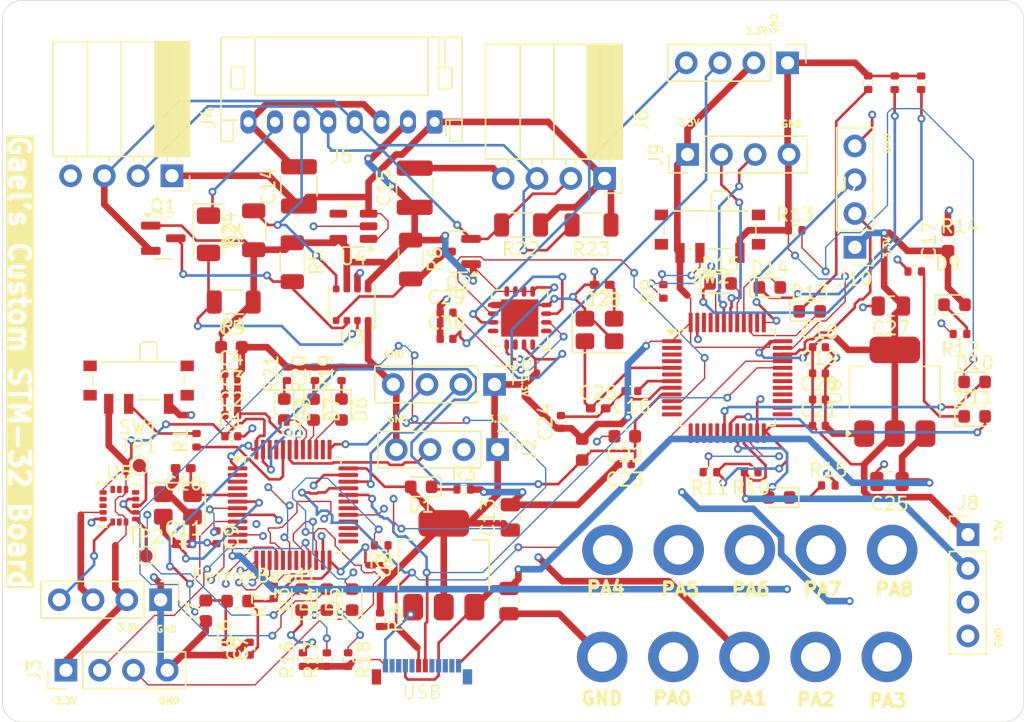
<source format=kicad_pcb>
(kicad_pcb (version 20241229) (generator "pcbnew") (generator_version "9.0")
  (layers (0 "F.Cu" signal) (4 "In1.Cu" power) (6 "In2.Cu" signal) (2 "B.Cu" signal) (13 "F.Paste" user) (15 "B.Paste" user) (5 "F.SilkS" user "F.Silkscreen") (7 "B.SilkS" user "B.Silkscreen") (1 "F.Mask" user) (3 "B.Mask" user) (25 "Edge.Cuts" user))
  (net 0 "")
  (net 1 "Net-(U1-PA0)")
  (net 2 "+3.3V")
  (net 3 "Net-(U1-PA1)")
  (net 4 "Net-(U1-PA2)")
  (net 5 "Net-(U1-PA3)")
  (net 6 "Net-(U1-PA4)")
  (net 7 "Net-(U1-PA5)")
  (net 8 "Net-(U1-PA6)")
  (net 9 "GND")
  (net 10 "+3.3V Analog")
  (net 11 "/NetReset")
  (net 12 "HSE_IN")
  (net 13 "HSE_OUT")
  (net 14 "VBUS")
  (net 15 "VCC")
  (net 16 "/PWR_LED_K")
  (net 17 "/Adafruit BME680/CS_3V")
  (net 18 "/Adafruit BME680/CS")
  (net 19 "Net-(D3-K)")
  (net 20 "PB0")
  (net 21 "PB1")
  (net 22 "Net-(D4-K)")
  (net 23 "Net-(D5-K)")
  (net 24 "PB2")
  (net 25 "Net-(D6-K)")
  (net 26 "PB3")
  (net 27 "PB4")
  (net 28 "Net-(D7-K)")
  (net 29 "Net-(D8-K)")
  (net 30 "/SWCLK")
  (net 31 "/SWDIO")
  (net 32 "/USART1_TX")
  (net 33 "/I2C2_SCL")
  (net 34 "/I2C2_SDA")
  (net 35 "/Adafruit BME680/SCK{slash}SCL")
  (net 36 "/Adafruit BME680/SDI{slash}SDA")
  (net 37 "/Adafruit BME680/SDO{slash}ADR")
  (net 41 "USB_D-")
  (net 51 "USB_D+")
  (net 54 "/Adafruit BME680/SDA_3V")
  (net 55 "/Adafruit BME680/SCL_3V")
  (net 56 "/Sw_Boot")
  (net 57 "/Boot")
  (net 66 "PB5")
  (net 70 "Net-(U1-PA7)")
  (net 71 "Net-(U1-PA8)")
  (net 74 "SCL2")
  (net 75 "SDA2")
  (net 76 "Net-(U5-INT1)")
  (net 77 "Net-(U5-INT2)")
  (net 84 "/Second Processor/NetReset")
  (net 85 "HSE_IN1")
  (net 86 "HSE_OUT2")
  (net 87 "Net-(U6-IN-)")
  (net 88 "Net-(U6-IN+)")
  (net 89 "/Second Processor/PWR_LED_K")
  (net 90 "Net-(D10-K)")
  (net 91 "PB00")
  (net 92 "PB11")
  (net 93 "Net-(D11-K)")
  (net 94 "Net-(D12-K)")
  (net 95 "PB22")
  (net 96 "PB33")
  (net 97 "Net-(D13-K)")
  (net 98 "Net-(D14-K)")
  (net 99 "PB44")
  (net 100 "Net-(D15-K)")
  (net 101 "PB55")
  (net 102 "SDA1")
  (net 103 "SCL1")
  (net 104 "/Second Processor/I2C2_SDA_2nd")
  (net 105 "/Second Processor/I2C2_SCL_2nd")
  (net 106 "/Second Processor/USART1_RX")
  (net 107 "/Second Processor/USART1_TX")
  (net 108 "/Second Processor/SWCLK")
  (net 109 "/Second Processor/SWDIO")
  (net 110 "/Second Processor/Boot")
  (net 111 "/Second Processor/Sw_Boot")
  (net 113 "IRQ")
  (net 124 "HSE_OUT1")
  (net 136 "/USART1_RX")
  (footprint "LED_SMD:LED_0603_1608Metric" (layer "F.Cu") (at 179.1 90.2)
    (property "Reference" "D14")
    (property "Value" "RED")
  )
  (footprint "Capacitor_SMD:C_0402_1005Metric" (layer "F.Cu") (at 140 117.38 90)
    (property "Reference" "C8")
    (property "Value" "1u")
  )
  (footprint "Capacitor_SMD:C_0402_1005Metric" (layer "F.Cu") (at 138.6 96.7)
    (property "Reference" "C4")
    (property "Value" "100n")
  )
  (footprint "Resistor_SMD:R_1206_3216Metric" (layer "F.Cu") (at 140.3 85.9 90)
    (property "Reference" "R24")
    (property "Value" "10K")
  )
  (footprint "MountingHole:MountingHole_2.2mm_M2_DIN965_Pad" (layer "F.Cu") (at 177.2 118 90)
    (property "Reference" "H3" (hide yes))
    (property "Value" "MountingHole_Pad" (hide yes))
  )
  (footprint "Capacitor_SMD:C_0402_1005Metric" (layer "F.Cu") (at 182.8 96.67)
    (property "Reference" "C19")
    (property "Value" "100n")
  )
  (footprint "LED_SMD:LED_0603_1608Metric" (layer "F.Cu") (at 175.4 89.9)
    (property "Reference" "D15")
    (property "Value" "RED")
  )
  (footprint "Resistor_SMD:R_1206_3216Metric" (layer "F.Cu") (at 152.1 88.1 -90)
    (property "Reference" "R6")
    (property "Value" "10K")
  )
  (footprint "Connector_USB:USB_C_Plug_Molex_105444" (layer "F.Cu") (at 152.95 118.62)
    (property "Reference" "P2" (hide yes))
    (property "Value" "USB_C_Plug")
  )
  (footprint "Connector_PinHeader_2.54mm:PinHeader_1x04_P2.54mm_Vertical" (layer "F.Cu") (at 172.92 80.2 90)
    (property "Reference" "J9")
    (property "Value" "Conn_01x04_Pin" (hide yes))
  )
  (footprint "MountingHole:MountingHole_2.2mm_M2_DIN965_Pad" (layer "F.Cu") (at 182.55 118 90)
    (property "Reference" "H4" (hide yes))
    (property "Value" "MountingHole_Pad" (hide yes))
  )
  (footprint "Resistor_SMD:R_0402_1005Metric" (layer "F.Cu") (at 145.8 118.2 90)
    (property "Reference" "R17")
    (property "Value" "1k5" (hide yes))
  )
  (footprint "Package_TO_SOT_SMD:SOT-23" (layer "F.Cu") (at 133.5 86.5)
    (property "Reference" "Q1")
    (property "Value" "2N7002")
  )
  (footprint "Capacitor_SMD:C_1210_3225Metric" (layer "F.Cu") (at 143.7 82.6 90)
    (property "Reference" "C14")
    (property "Value" "10u")
  )
  (footprint "Resistor_SMD:R_0402_1005Metric" (layer "F.Cu") (at 144 118.2 90)
    (property "Reference" "R16")
    (property "Value" "1k5")
  )
  (footprint "TestPoint:TestPoint_Pad_D1.0mm" (layer "F.Cu") (at 131.7 103.6)
    (property "Reference" "TP1")
    (property "Value" "TestPoint")
  )
  (footprint "Diode_SMD:D_1206_3216Metric" (layer "F.Cu") (at 136.9 86.2 -90)
    (property "Reference" "D2")
    (property "Value" "IN4007")
  )
  (footprint "MountingHole:MountingHole_2.2mm_M2_DIN965_Pad" (layer "F.Cu") (at 177.6 109.95 90)
    (property "Reference" "H8" (hide yes))
    (property "Value" "MountingHole_Pad" (hide yes))
  )
  (footprint "LED_SMD:LED_0603_1608Metric" (layer "F.Cu") (at 143.9 113.6875 90)
    (property "Reference" "D3")
    (property "Value" "RED")
  )
  (footprint "Package_DFN_QFN:MLPQ-16-1EP_4x4mm_P0.65mm_EP2.8x2.8mm" (layer "F.Cu") (at 160.3 92.5 180)
    (property "Reference" "U6")
    (property "Value" "AS3935")
  )
  (footprint "LED_SMD:LED_0603_1608Metric" (layer "F.Cu") (at 147.7 113.6875 90)
    (property "Reference" "D5")
    (property "Value" "RED")
  )
  (footprint "Resistor_SMD:R_0402_1005Metric" (layer "F.Cu") (at 147.4 118.2 -90)
    (property "Reference" "R18")
    (property "Value" "1k5")
  )
  (footprint "Button_Switch_SMD:SW_SPDT_PCM12" (layer "F.Cu") (at 131.65 97.53 180)
    (property "Reference" "SW1")
    (property "Value" "SW_SPDT")
  )
  (footprint "Resistor_SMD:R_1206_3216Metric" (layer "F.Cu") (at 165.7 85.5 180)
    (property "Reference" "R23")
    (property "Value" "10K")
  )
  (footprint "Connector_PinHeader_2.54mm:PinHeader_1x04_P2.54mm_Vertical" (layer "F.Cu") (at 133.3 113.7 -90)
    (property "Reference" "J7")
    (property "Value" "Conn_01x04" (hide yes))
  )
  (footprint "Connector_PinSocket_2.54mm:PinSocket_1x04_P2.54mm_Horizontal" (layer "F.Cu") (at 134.15 81.8 -90)
    (property "Reference" "J4")
    (property "Value" "Conn_01x04_Pin")
  )
  (footprint "Resistor_SMD:R_0402_1005Metric" (layer "F.Cu") (at 136 101.7 90)
    (property "Reference" "R1")
    (property "Value" "10k" (hide yes))
  )
  (footprint "Resistor_SMD:R_0402_1005Metric" (layer "F.Cu") (at 190.48 74.8 90)
    (property "Reference" "R27" (hide yes))
    (property "Value" "1k5" (hide yes))
  )
  (footprint "Capacitor_SMD:C_1210_3225Metric" (layer "F.Cu") (at 152.4 82.7 90)
    (property "Reference" "C15")
    (property "Value" "10u")
  )
  (footprint "Capacitor_SMD:C_0402_1005Metric" (layer "F.Cu") (at 182.8 98.64)
    (property "Reference" "C20")
    (property "Value" "100n")
  )
  (footprint "Resistor_SMD:R_0402_1005Metric" (layer "F.Cu") (at 177.7 104.1 180)
    (property "Reference" "R10")
    (property "Value" "1k5")
  )
  (footprint "Capacitor_SMD:C_0603_1608Metric" (layer "F.Cu") (at 192.5 86.675 90)
    (property "Reference" "C17")
    (property "Value" "10u")
  )
  (footprint "Capacitor_SMD:C_0805_2012Metric" (layer "F.Cu") (at 159.49 113.8 -90)
    (property "Reference" "C12" (hide yes))
    (property "Value" "22u")
  )
  (footprint "Resistor_SMD:R_0402_1005Metric" (layer "F.Cu") (at 190 89)
    (property "Reference" "R14")
    (property "Value" "1k5")
  )
  (footprint "LED_SMD:LED_0603_1608Metric" (layer "F.Cu") (at 182.1 92)
    (property "Reference" "D13")
    (property "Value" "RED" (hide yes))
  )
  (footprint "Package_TO_SOT_SMD:SOT-223-3_TabPin2" (layer "F.Cu") (at 188.5 98.05 90)
    (property "Reference" "U8")
    (property "Value" "AMS1117-3.3")
  )
  (footprint "Resistor_SMD:R_0402_1005Metric" (layer "F.Cu") (at 193.4 93.7 180)
    (property "Reference" "R12")
    (property "Value" "1k5")
  )
  (footprint "Package_QFP:LQFP-48_7x7mm_P0.5mm" (layer "F.Cu") (at 143.25 106.5625)
    (property "Reference" "U1")
    (property "Value" "STM32F103C8T6")
  )
  (footprint "Resistor_SMD:R_1206_3216Metric" (layer "F.Cu") (at 160.4 85.5 180)
    (property "Reference" "R22")
    (property "Value" "10K")
  )
  (footprint "Package_LGA:LGA-16_3x3mm_P0.5mm_LayoutBorder3x5y" (layer "F.Cu") (at 130.2 106.625)
    (property "Reference" "U5")
    (property "Value" "LIS3DH")
  )
  (footprint "Package_TO_SOT_SMD:SOT-223-3_TabPin2" (layer "F.Cu") (at 154.59 111.1 90)
    (property "Reference" "U2")
    (property "Value" "AMS1117-3.3" (hide yes))
  )
  (footprint "Resistor_SMD:R_0402_1005Metric" (layer "F.Cu") (at 186.5 74.8 90)
    (property "Reference" "R25" (hide yes))
    (property "Value" "1k5" (hide yes))
  )
  (footprint "Capacitor_SMD:C_0603_1608Metric" (layer "F.Cu") (at 168.2 101.4 180)
    (property "Reference" "C22")
    (property "Value" "10n")
  )
  (footprint "Capacitor_SMD:C_0805_2012Metric" (layer "F.Cu") (at 159.59 107.5 90)
    (property "Reference" "C13")
    (property "Value" "22u")
  )
  (footprint "Connector_PinHeader_2.54mm:PinHeader_1x04_P2.54mm_Vertical" (layer "F.Cu") (at 158.64 102.4 -90)
    (property "Reference" "J2")
    (property "Value" "Conn_01x04_Pin")
  )
  (footprint "Capacitor_SMD:C_0402_1005Metric" (layer "F.Cu") (at 168.2 103.5 180)
    (property "Reference" "C23")
    (property "Value" "1u")
  )
  (footprint "Button_Switch_SMD:SW_SPDT_PCM12" (layer "F.Cu") (at 174.6 86.175 180)
    (property "Reference" "SW2")
    (property "Value" "SW_SPDT")
  )
  (footprint "LED_SMD:LED_0603_1608Metric" (layer "F.Cu") (at 179.8 106 180)
    (property "Reference" "D12" (hide yes))
    (property "Value" "RED")
  )
  (footprint "Resistor_SMD:R_0402_1005Metric" (layer "F.Cu") (at 174.6 104.1 180)
    (property "Reference" "R11")
    (property "Value" "1k5")
  )
  (footprint "Connector_PinSocket_2.54mm:PinSocket_1x04_P2.54mm_Horizontal" (layer "F.Cu") (at 166.68 82 -90)
    (property "Reference" "J6")
    (property "Value" "Conn_01x04_Socket")
  )
  (footprint "LED_SMD:LED_0603_1608Metric" (layer "F.Cu") (at 145.8 113.6875 90)
    (property "Reference" "D4")
    (property "Value" "RED")
  )
  (footprint "MountingHole:MountingHole_2.2mm_M2_DIN965_Pad" (layer "F.Cu") (at 171.85 118 90)
    (property "Reference" "H2" (hide yes))
    (property "Value" "MountingHole_Pad" (hide yes))
  )
  (footprint "MountingHole:MountingHole_2.2mm_M2_DIN965_Pad" (layer "F.Cu") (at 166.5 118 90)
    (property "Reference" "H1" (hide yes))
    (property "Value" "MountingHole_Pad" (hide yes))
  )
  (footprint "Resistor_SMD:R_0402_1005Metric" (layer "F.Cu") (at 142.8 96.7 90)
    (property "Reference" "R21")
    (property "Value" "1k5")
  )
  (footprint "Resistor_SMD:R_0402_1005Metric" (layer "F.Cu") (at 181.01 85.9)
    (property "Reference" "R13")
    (property "Value" "1k5")
  )
  (footprint "Package_QFP:LQFP-48_7x7mm_P0.5mm" (layer "F.Cu") (at 175.9 97)
    (property "Reference" "U7")
    (property "Value" "STM32F103C8T6")
  )
  (footprint "Resistor_SMD:R_0402_1005Metric" (layer "F.Cu") (at 141.8 113.1 90)
    (property "Reference" "R7")
    (property "Value" "1k5")
  )
  (footprint "MountingHole:MountingHole_2.2mm_M2_DIN965_Pad" (layer "F.Cu") (at 187.9 118 90)
    (property "Reference" "H5" (hide yes))
    (property "Value" "MountingHole_Pad" (hide yes))
  )
  (footprint "Capacitor_SMD:C_0402_1005Metric" (layer "F.Cu") (at 163.4 100.32 90)
    (property "Reference" "C24")
    (property "Value" "1u")
  )
  (footprint "Resistor_SMD:R_0402_1005Metric" (layer "F.Cu") (at 183.5 105.1)
    (property "Reference" "R15")
    (property "Value" "1k5")
  )
  (footprint "Capacitor_SMD:C_0402_1005Metric" (layer "F.Cu") (at 154.8 92.1)
    (property "Reference" "C29")
    (property "Value" "100n")
  )
  (footprint "Resistor_SMD:R_0402_1005Metric" (layer "F.Cu") (at 188.49 74.8 90)
    (property "Reference" "R26" (hide yes))
    (property "Value" "1k5" (hide yes))
  )
  (footprint "Resistor_SMD:R_0402_1005Metric" (layer "F.Cu") (at 146.9 96.7 90)
    (property "Reference" "R19")
    (property "Value" "1k5")
  )
  (footprint "Resistor_SMD:R_1206_3216Metric" (layer "F.Cu") (at 138.8 91.3 180)
    (property "Reference" "R4")
    (property "Value" "10K")
  )
  (footprint "Connector_PinHeader_2.54mm:PinHeader_1x04_P2.54mm_Vertical" (layer "F.Cu") (at 180.44 73.3 -90)
    (property "Reference" "AS3935_4pinmale1" (hide yes))
    (property "Value" "Conn_01x04")
  )
  (footprint "Capacitor_SMD:C_0402_1005Metric" (layer "F.Cu") (at 182.8 94.7)
    (property "Reference" "C18")
    (property "Value" "100n")
  )
  (footprint "LED_SMD:LED_0603_1608Metric" (layer "F.Cu") (at 142.6 99.3875 -90)
    (property "Reference" "D8")
    (property "Value" "RED")
  )
  (footprint "Resistor_SMD:R_1206_3216Metric" (layer "F.Cu") (at 143.2 88.3 -90)
    (property "Reference" "R5")
    (property "Value" "10K")
  )
  (footprint "Inductor_SMD:L_0603_1608Metric" (layer "F.Cu") (at 139.0875 113.8)
    (property "Reference" "FerriteBead1")
    (property "Value" "120R" (hide yes))
  )
  (footprint "LED_SMD:LED_0603_1608Metric" (layer "F.Cu") (at 144.8 99.3875 -90)
    (property "Reference" "D7")
    (property "Value" "RED")
  )
  (footprint "Connector_PinHeader_2.54mm:PinHeader_1x04_P2.54mm_Vertical" (layer "F.Cu") (at 194 108.8)
    (property "Reference" "J8")
    (property "Value" "Conn_01x04_Pin" (hide yes))
  )
  (footprint "Connector_PinHeader_2.54mm:PinHeader_1x04_P2.54mm_Vertical" (layer "F.Cu") (at 126.18 119 90)
    (property "Reference" "J3")
    (property "Value" "Conn_01x04_Pin")
  )
  (footprint "LED_SMD:LED_0603_1608Metric" (layer "F.Cu") (at 152.89 105.2 180)
    (property "Reference" "D1")
    (property "Value" "RED")
  )
  (footprint "Resistor_SMD:R_0402_1005Metric" (layer "F.Cu") (at 171.1 90.5 90)
    (property "Reference" "R9")
    (property "Value" "10k")
  )
  (footprint "Capacitor_SMD:C_0402_1005Metric_Pad0.74x0.62mm_HandSolder" (layer "F.Cu") (at 135.0325 109.5)
    (property "Reference" "C11")
    (property "Value" "10p")
  )
  (footprint "Resistor_SMD:R_0402_1005Metric" (layer "F.Cu") (at 149.8 115.2 -90)
    (property "Reference" "R2")
    (property "Value" "1K5")
  )
  (footprint "LED_SMD:LED_0603_1608Metric" (layer "F.Cu") (at 146.9 99.3875 -90)
    (property "Reference" "D6")
    (property "Value" "RED")
  )
  (footprint "Package_TO_SOT_SMD:SOT-23" (layer "F.Cu") (at 155.7 87.5 180)
    (property "Reference" "Q2")
    (property "Value" "2N7002")
  )
  (footprint "LED_SMD:LED_0603_1608Metric" (layer "F.Cu") (at 194.5 99.9)
    (property "Reference" "D11")
    (property "Value" "RED")
  )
  (footprint "Capacitor_SMD:C_0805_2012Metric" (layer "F.Cu") (at 188.1 104.8 180)
    (property "Reference" "C25")
    (property "Value" "22u")
  )
  (footprint "Connector_PinHeader_2.54mm:PinHeader_1x04_P2.54mm_Vertical" (layer "F.Cu") (at 158.41 97.5 -90)
    (property "Reference" "J1" (hide yes))
    (property "Value" "Conn_01x04_Pin" (hide yes))
  )
  (footprint "MountingHole:MountingHole_2.2mm_M2_DIN965_Pad" (layer "F.Cu") (at 182.95 109.95 90)
    (property "Reference" "H9" (hide yes))
    (property "Value" "MountingHole_Pad" (hide yes))
  )
  (footprint "Capacitor_SMD:C_0402_1005Metric_Pad0.74x0.62mm_HandSolder" (layer "F.Cu") (at 135 103.8 180)
    (property "Reference" "C10")
    (property "Value" "10p")
  )
  (footprint "MountingHole:MountingHole_2.2mm_M2_DIN965_Pad" (layer "F.Cu") (at 188.3 109.95 90)
    (property "Reference" "H10" (hide yes))
    (property "Value" "MountingHole_Pad" (hide yes))
  )
  (footprint "Connector_JST:JST_PH_S8B-PH-K_1x08_P2.00mm_Horizontal" (layer "F.Cu") (at 153.9 77.75 180)
    (property "Reference" "J5")
    (property "Value" "Conn_01x08_Pin")
  )
  (footprint "Connector_PinHeader_2.54mm:PinHeader_1x04_P2.54mm_Vertical" (layer "F.Cu") (at 185.5 87.18 180)
    (property "Reference" "J10")
    (property "Value" "Conn_01x04_Pin" (hide yes))
  )
  (footprint "Capacitor_SMD:C_0402_1005Metric" (layer "F.Cu") (at 137.5 109 -90)
    (property "Reference" "C9")
    (property "Value" "100n")
  )
  (footprint "Capacitor_SMD:C_0402_1005Metric" (layer "F.Cu") (at 138.62 101.4)
    (property "Reference" "C1")
    (property "Value" "100n")
  )
  (footprint "Capacitor_SMD:C_0402_1005Metric" (layer "F.Cu") (at 182.8 100.61)
    (property "Reference" "C21")
    (property "Value" "100n")
  )
  (footprint "LED_SMD:LED_0603_1608Metric" (layer "F.Cu") (at 194.5 97.31)
    (property "Reference" "D10")
    (property "Value" "RED")
  )
  (footprint "Capacitor_SMD:C_0402_1005Metric" (layer "F.Cu") (at 138.62 99.8)
    (property "Reference" "C2")
    (property "Value" "100n")
  )
  (footprint "Crystal:Crystal_SMD_3225-4Pin_3.2x2.5mm" (layer "F.Cu") (at 166.3 93.4)
    (property "Reference" "Y2")
    (property "Value" "16MHz")
  )
  (footprint "Crystal:Crystal_SMD_3225-4Pin_3.2x2.5mm" (layer "F.Cu") (at 134.6 106.6 180)
    (property "Reference" "Y1")
    (property "Value" "16MHz")
  )
  (footprint "Capacitor_SMD:C_0402_1005Metric_Pad0.74x0.62mm_HandSolder" (layer "F.Cu") (at 166.5 90 180)
    (property "Reference" "C28")
    (property "Value" "10p")
  )
  (footprint "TestPoint:TestPoint_Pad_D1.0mm" (layer "F.Cu") (at 132.2 110.4)
    (property "Reference" "TP2")
    (property "Value" "TestPoint")
  )
  (footprint "Capacitor_SMD:C_0402_1005Metric_Pad0.74x0.62mm_HandSolder" (layer "F.Cu") (at 166.2 99.3)
    (property "Reference" "C26")
    (property "Value" "10p")
  )
  (footprint "Capacitor_SMD:C_0402_1005Metric" (layer "F.Cu") (at 154.8 94.07)
    (property "Reference" "C30")
    (property "Value" "100n")
  )
  (footprint "Resistor_SMD:R_0402_1005Metric" (layer "F.Cu") (at 144.9 96.7 90)
    (property "Reference" "R20")
    (property "Value" "1k5")
  )
  (footprint "Package_TO_SOT_SMD:SOT-23-5" (layer "F.Cu") (at 147.8 85.6 180)
    (property "Reference" "U4")
    (property "Value" "MIC5219-3.3YM5")
  )
  (footprint "Resistor_SMD:R_0402_1005Metric" (layer "F.Cu") (at 156.09 105.4)
    (property "Reference" "R3")
    (property "Value" "1k5")
  )
  (footprint "MountingHole:MountingHole_2.2mm_M2_DIN965_Pad" (layer "F.Cu") (at 166.9 109.95 90)
    (property "Reference" "H6" (hide yes))
    (property "Value" "MountingHole_Pad" (hide yes))
  )
  (footprint "Resistor_SMD:R_0402_1005Metric" (layer "F.Cu") (at 149.89 109.6 180)
    (property "Reference" "R8")
    (property "Value" "1k5")
  )
  (footprint "Capacitor_SMD:C_0402_1005Metric" (layer "F.Cu") (at 138.6 98.2)
    (property "Reference" "C3")
    (property "Value" "100n")
  )
  (footprint "Capacitor_SMD:C_0603_1608Metric" (layer "F.Cu") (at 138.625 94.7)
    (property "Reference" "C5")
    (property "Value" "10u")
  )
  (footprint "Inductor_SMD:L_0603_1608Metric" (layer "F.Cu") (at 165 102.4 90)
    (property "Reference" "FerriteBead2" (hide yes))
    (property "Value" "120R")
  )
  (footprint "Capacitor_SMD:C_0402_1005Metric" (layer "F.Cu") (at 138.2 117.38 -90)
    (property "Reference" "C7")
    (property "Value" "1u")
  )
  (footprint "Capacitor_SMD:C_0603_1608Metric" (layer "F.Cu") (at 136.6875 114.525 -90)
    (property "Reference" "C6")
    (property "Value" "10n")
  )
  (footprint "LED_SMD:LED_0603_1608Metric" (layer "F.Cu") (at 192.9875 91.5)
    (property "Reference" "D9")
    (property "Value" "RED")
  )
  (footprint "MountingHole:MountingHole_2.2mm_M2_DIN965_Pad" (layer "F.Cu") (at 172.25 109.95 90)
    (property "Reference" "H7" (hide yes))
    (property "Value" "MountingHole_Pad" (hide yes))
  )
  (footprint "Capacitor_SMD:C_0805_2012Metric" (layer "F.Cu") (at 188.2 91.6 180)
    (property "Reference" "C27")
    (property "Value" "22u")
  )
  (footprint "Capacitor_SMD:C_0402_1005Metric" (layer "F.Cu") (at 168.7 98 180)
    (property "Reference" "C16")
    (property "Value" "100n")
  )
  (footprint "Package_LGA:Bosch_LGA-8_3x3mm_P0.8mm_ClockwisePinNumbering" (layer "F.Cu") (at 147.7 91.5 180)
    (property "Reference" "U3")
    (property "Value" "BME680")
  )
  (gr_arc (start 122.9 122.9) (mid 121.83934 122.46066) (end 121.4 121.4) (stroke (width 0.05)) (layer "Edge.Cuts"))
  (gr_arc (start 196.7 68.6) (mid 197.76066 69.03934) (end 198.2 70.1) (stroke (width 0.05)) (layer "Edge.Cuts"))
  (gr_line (start 121.4 121.4) (end 121.4 70.1) (stroke (width 0.05)) (layer "Edge.Cuts"))
  (gr_arc (start 121.4 70.1) (mid 121.83934 69.03934) (end 122.9 68.6) (stroke (width 0.05)) (layer "Edge.Cuts"))
  (gr_line (start 196.7 122.9) (end 122.9 122.9) (stroke (width 0.05)) (layer "Edge.Cuts"))
  (gr_arc (start 198.2 121.4) (mid 197.76066 122.46066) (end 196.7 122.9) (stroke (width 0.05)) (layer "Edge.Cuts"))
  (gr_line (start 122.9 68.6) (end 196.7 68.6) (stroke (width 0.05)) (layer "Edge.Cuts"))
  (gr_line (start 198.2 70.1) (end 198.2 121.4) (stroke (width 0.05)) (layer "Edge.Cuts"))
  (gr_text "GND" (at 133.1 121.6 0) (layer "F.SilkS") (effects (font (size 0.5 0.5) (thickness 0.125) (bold yes)) (justify left bottom)))
  (gr_text "PA3" (at 186.4 121.9 0) (layer "F.SilkS") (effects (font (size 1 1) (thickness 0.25) (bold yes)) (justify left bottom)))
  (gr_text "PA1" (at 175.9 121.7 0) (layer "F.SilkS") (effects (font (size 1 1) (thickness 0.25) (bold yes)) (justify left bottom)))
  (gr_text "PA0" (at 170.2 121.7 0) (layer "F.SilkS") (effects (font (size 1 1) (thickness 0.25) (bold yes)) (justify left bottom)))
  (gr_text "GND" (at 179.9 78.2 0) (layer "F.SilkS") (effects (font (size 0.5 0.5) (thickness 0.125) (bold yes)) (justify left bottom)))
  (gr_text "3.3V" (at 157.8 100.4 0) (layer "F.SilkS") (effects (font (size 0.5 0.5) (thickness 0.125) (bold yes)) (justify left bottom)))
  (gr_text "PA5" (at 170.8 113.5 0) (layer "F.SilkS") (effects (font (size 1 1) (thickness 0.25) (bold yes)) (justify left bottom)))
  (gr_text "PA2" (at 181 121.8 0) (layer "F.SilkS") (effects (font (size 1 1) (thickness 0.25) (bold yes)) (justify left bottom)))
  (gr_text "3.3V" (at 130 116.1 0) (layer "F.SilkS") (effects (font (size 0.5 0.5) (thickness 0.125) (bold yes)) (justify left bottom)))
  (gr_text "PA6" (at 176.1 113.5 0) (layer "F.SilkS") (effects (font (size 1 1) (thickness 0.25) (bold yes)) (justify left bottom)))
  (gr_text "GND" (at 150 95.5 0) (layer "F.SilkS") (effects (font (size 0.5 0.5) (thickness 0.125) (bold yes)) (justify left bottom)))
  (gr_text "PA7" (at 181.5 113.5 0) (layer "F.SilkS") (effects (font (size 1 1) (thickness 0.25) (bold yes)) (justify left bottom)))
  (gr_text "GND" (at 196.6 117.4 90) (layer "F.SilkS") (effects (font (size 0.5 0.5) (thickness 0.125) (bold yes)) (justify left bottom)))
  (gr_text "3.3V" (at 188.2 88.1 90) (layer "F.SilkS") (effects (font (size 0.5 0.5) (thickness 0.125) (bold yes)) (justify left bottom)))
  (gr_text "GND" (at 179.7 71.2 90) (layer "F.SilkS") (effects (font (size 0.5 0.5) (thickness 0.125) (bold yes)) (justify left bottom)))
  (gr_text "3.3V" (at 160.4 96.7 270) (layer "F.SilkS") (effects (font (size 0.5 0.5) (thickness 0.125) (bold yes)) (justify left bottom)))
  (gr_text "3.3V" (at 125.3 121.6 0) (layer "F.SilkS") (effects (font (size 0.5 0.5) (thickness 0.125) (bold yes)) (justify left bottom)))
  (gr_text "3.3V" (at 177.2 71.2 0) (layer "F.SilkS") (effects (font (size 0.5 0.5) (thickness 0.125) (bold yes)) (justify left bottom)))
  (gr_text "PA4" (at 165.2 113.4 0) (layer "F.SilkS") (effects (font (size 1 1) (thickness 0.25) (bold yes)) (justify left bottom)))
  (gr_text "PA8" (at 186.9 113.5 0) (layer "F.SilkS") (effects (font (size 1 1) (thickness 0.25) (bold yes)) (justify left bottom)))
  (gr_text "Gael's Custom STM-32 Board" (at 121.8 78.6 270) (layer "F.SilkS" knockout) (effects (font (size 1.5 1.5) (thickness 0.3) (bold yes)) (justify left bottom)))
  (gr_text "GND" (at 164.8 121.7 0) (layer "F.SilkS") (effects (font (size 1 1) (thickness 0.25) (bold yes)) (justify left bottom)))
  (gr_text "3.3V" (at 196.6 109.4 90) (layer "F.SilkS") (effects (font (size 0.5 0.5) (thickness 0.125) (bold yes)) (justify left bottom)))
  (gr_text "3.3V" (at 172.1 78.1 0) (layer "F.SilkS") (effects (font (size 0.5 0.5) (thickness 0.125) (bold yes)) (justify left bottom)))
  (gr_text "GND" (at 132.9 116.2 0) (layer "F.SilkS") (effects (font (size 0.5 0.5) (thickness 0.125) (bold yes)) (justify left bottom)))
  (gr_text "GND" (at 188.2 80.2 90) (layer "F.SilkS") (effects (font (size 0.5 0.5) (thickness 0.125) (bold yes)) (justify left bottom)))
  (gr_text "GND" (at 150.3 100.4 0) (layer "F.SilkS") (effects (font (size 0.5 0.5) (thickness 0.125) (bold yes)) (justify left bottom)))
  (segment (start 138.350001 108.3125) (end 138.061 108.601501) (width 0.1) (layer "F.Cu") (net 1))
  (segment (start 138.061 111.239) (end 137.1 112.2) (width 0.1) (layer "F.Cu") (net 1))
  (segment (start 138.061 108.601501) (end 138.061 111.239) (width 0.1) (layer "F.Cu") (net 1))
  (segment (start 139.0875 108.3125) (end 138.350001 108.3125) (width 0.1) (layer "F.Cu") (net 1))
  (via (at 137.1 112.2) (size 0.6) (drill 0.3) (layers "F.Cu" "B.Cu") (net 1))
  (segment (start 138.12 98.2) (end 138.12 96.7) (width 0.2) (layer "F.Cu") (net 2))
  (segment (start 129.4 102.1) (end 130.7 103.4) (width 0.5) (layer "F.Cu") (net 2))
  (segment (start 186.602708 105.976) (end 186.199 105.572292) (width 0.5) (layer "F.Cu") (net 2))
  (segment (start 130.430136 107.324) (end 130.174 107.324) (width 0.1) (layer "F.Cu") (net 2))
  (segment (start 131.1 103) (end 130.7 103.4) (width 0.2) (layer "F.Cu") (net 2))
  (segment (start 188.5 92.25) (end 189.15 91.6) (width 0.5) (layer "F.Cu") (net 2))
  (segment (start 140.3 91.2625) (end 140.2625 91.3) (width 0.5) (layer "F.Cu") (net 2))
  (segment (start 146.6625 86.55) (end 147.3 87.1875) (width 0.5) (layer "F.Cu") (net 2))
  (segment (start 159.975 90.5) (end 160.625 90.5) (width 0.1) (layer "F.Cu") (net 2))
  (segment (start 135.990968 86.674) (end 139.6115 86.674) (width 0.2) (layer "F.Cu") (net 2))
  (segment (start 141.1 101.3615) (end 141.1 100.2) (width 0.2) (layer "F.Cu") (net 2))
  (segment (start 191.176 105.976) (end 186.602708 105.976) (width 0.5) (layer "F.Cu") (net 2))
  (segment (start 161.476834 95.6) (end 163.1 95.6) (width 0.2) (layer "F.Cu") (net 2))
  (segment (start 182.32 94.78) (end 181.6 95.5) (width 0.2) (layer "F.Cu") (net 2))
  (segment (start 128.975 105.368864) (end 130.243864 104.1) (width 0.1) (layer "F.Cu") (net 2))
  (segment (start 175.6 104.9) (end 175.6 104.59) (width 0.2) (layer "F.Cu") (net 2))
  (segment (start 138.6 102.9) (end 138.6 103.325) (width 0.2) (layer "F.Cu") (net 2))
  (segment (start 141.1 100.2) (end 141 100.1) (width 0.2) (layer "F.Cu") (net 2))
  (segment (start 130.626 105.730136) (end 130.626 105.474) (width 0.1) (layer "F.Cu") (net 2))
  (segment (start 140 117.86) (end 140.611 117.249) (width 0.2) (layer "F.Cu") (net 2))
  (segment (start 175.11 104.1) (end 175.731 103.479) (width 0.2) (layer "F.Cu") (net 2))
  (segment (start 148.7 110.89) (end 148.91 111.1) (width 0.2) (layer "F.Cu") (net 2))
  (segment (start 131.1 101.7) (end 131.1 103) (width 0.2) (layer "F.Cu") (net 2))
  (segment (start 138.12 98.2) (end 138.12 99.78) (width 0.2) (layer "F.Cu") (net 2))
  (segment (start 161.575 90.2) (end 161.275 90.5) (width 0.2) (layer "F.Cu") (net 2))
  (segment (start 134.866968 85.55) (end 135.990968 86.674) (width 0.2) (layer "F.Cu") (net 2))
  (segment (start 160 97.5) (end 160.7 97.5) (width 0.5) (layer "F.Cu") (net 2))
  (segment (start 148.7 109.75) (end 148.7 110.89) (width 0.2) (layer "F.Cu") (net 2))
  (segment (start 159.325 90.5) (end 159.975 90.5) (width 0.1) (layer "F.Cu") (net 2))
  (segment (start 150.67 111.87) (end 154.59 107.95) (width 0.5) (layer "F.Cu") (net 2))
  (segment (start 158.41 97.5) (end 158.41 102.17) (width 0.5) (layer "F.Cu") (net 2))
  (segment (start 140.611 114.536) (end 139.875 113.8) (width 0.2) (layer "F.Cu") (net 2))
  (segment (start 158.64 105.776708) (end 158.64 102.4) (width 0.5) (layer "F.Cu") (net 2))
  (segment (start 140.3 87.3625) (end 140.3 91.2625) (width 0.5) (layer "F.Cu") (net 2))
  (segment (start 149.8 114.69) (end 149.8 112.74) (width 0.5) (layer "F.Cu") (net 2))
  (segment (start 147.3 88.3) (end 147.3 90.3125) (width 0.5) (layer "F.Cu") (net 2))
  (segment (start 185 94.9) (end 184.1 94) (width 0.5) (layer "F.Cu") (net 2))
  (segment (start 187.7 86.1) (end 188.1 86.1) (width 0.5) (layer "F.Cu") (net 2))
  (segment (start 152.1025 105.4625) (end 154.59 107.95) (width 0.5) (layer "F.Cu") (net 2))
  (segment (start 138.12 99.78) (end 138.14 99.8) (width 0.2) (layer "F.Cu") (net 2))
  (segment (start 150.21875 88.51875) (end 148.9 89.8375) (width 0.5) (layer "F.Cu") (net 2))
  (segment (start 140.2 102.4) (end 139.9 102.1) (width 0.2) (layer "F.Cu") (net 2))
  (segment (start 130.7 107.85) (end 130.626 107.776) (width 0.1) (layer "F.Cu") (net 2))
  (segment (start 130.243864 104.1) (end 130.7 104.1) (width 0.1) (layer "F.Cu") (net 2))
  (segment (start 160.625 90.5) (end 161.275 90.5) (width 0.1) (layer "F.Cu") (net 2))
  (segment (start 179.074 94.537888) (end 179.074 94.7) (width 0.1) (layer "F.Cu") (net 2))
  (segment (start 173.15 94.45) (end 173.15 92.8375) (width 0.1) (layer "F.Cu") (net 2))
  (segment (start 130.430136 105.926) (end 130.626 105.730136) (width 0.1) (layer "F.Cu") (net 2))
  (segment (start 130.174 105.926) (end 130.430136 105.926) (width 0.1) (layer "F.Cu") (net 2))
  (segment (start 140.611 117.249) (end 140.611 114.536) (width 0.2) (layer "F.Cu") (net 2))
  (segment (start 189.45 87.45) (end 192.5 87.45) (width 0.5) (layer "F.Cu") (net 2))
  (segment (start 163.1 95.6) (end 163.5 95.2) (width 0.2) (layer "F.Cu") (net 2))
  (segment (start 130.174 107.324) (end 129.9 107.05) (width 0.1) (layer "F.Cu") (net 2))
  (segment (start 139.875 113.8) (end 141.61 113.8) (width 0.2) (layer "F.Cu") (net 2))
  (segment (start 167.918949 100.474) (end 168.431709 99.96124) (width 0.5) (layer "F.Cu") (net 2))
  (segment (start 173.4 94.7) (end 173.15 94.45) (width 0.1) (layer "F.Cu") (net 2))
  (segment (start 156.466708 107.95) (end 158.64 105.776708) (width 0.5) (layer "F.Cu") (net 2))
  (segment (start 137.24 100.5) (end 133.7 100.5) (width 0.2) (layer "F.Cu") (net 2))
  (segment (start 143.31 112.1) (end 145.396324 112.1) (width 0.2) (layer "F.Cu") (net 2))
  (segment (start 177.589 103.479) (end 178.21 104.1) (width 0.2) (layer "F.Cu") (net 2))
  (segment (start 137.85 94.7) (end 137.85 93.7125) (width 0.2) (layer "F.Cu") (net 2))
  (segment (start 160.7 97.5) (end 161.6 96.6) (width 0.5) (layer "F.Cu") (net 2))
  (segment (start 152.4 86.3375) (end 152.1 86.6375) (width 0.5) (layer "F.Cu") (net 2))
  (segment (start 146 110.725) (end 146 110.74) (width 0.2) (layer "F.Cu") (net 2))
  (segment (start 150.4 110.6) (end 149.9 111.1) (width 0.1) (layer "F.Cu") (net 2))
  (segment (start 132.5625 85.55) (end 134.866968 85.55) (width 0.2) (layer "F.Cu") (net 2))
  (segment (start 177.9 73.3) (end 172.92 78.28) (width 0.5) (layer "F.Cu") (net 2))
  (segment (start 179.15 94.25) (end 180.0625 94.25) (width 0.2) (layer "F.Cu") (net 2))
  (segment (start 182.32 96.67) (end 182.32 98.64) (width 0.2) (layer "F.Cu") (net 2))
  (segment (start 160.625 94.5) (end 160.625 94.748166) (width 0.2) (layer "F.Cu") (net 2))
  (segment (start 172.149 80.971) (end 172.149 87.404) (width 0.5) (layer "F.Cu") (net 2))
  (segment (start 158.41 97.5) (end 160 97.5) (width 0.5) (layer "F.Cu") (net 2))
  (segment (start 194 108.8) (end 191.176 105.976) (width 0.5) (layer "F.Cu") (net 2))
  (segment (start 182.32 94.7) (end 182.32 94.78) (width 0.2) (layer "F.Cu") (net 2))
  (segment (start 159.09 107.95) (end 159.59 108.45) (width 0.5) (layer "F.Cu") (net 2))
  (segment (start 173.15 91.05) (end 172.9 90.8) (width 0.1) (layer "F.Cu") (net 2))
  (segment (start 130.76 113.7) (end 129.9 112.84) (width 0.5) (layer "F.Cu") (net 2))
  (segment (start 163.4 100.8) (end 163.090001 100.8) (width 0.5) (layer "F.Cu") (net 2))
  (segment (start 142.675 87.3625) (end 143.2 86.8375) (width 0.5) (layer "F.Cu") (net 2))
  (segment (start 148.762443 103.8125) (end 150.149943 105.2) (width 0.2) (layer "F.Cu") (net 2))
  (segment (start 182.32 100.61) (end 185.211 103.501) (width 0.2) (layer "F.Cu") (net 2))
  (segment (start 173.15 92.8375) (end 173.15 91.05) (width 0.1) (layer "F.Cu") (net 2))
  (segment (start 170.15 94.25) (end 169.8 94.6) (width 0.1) (layer "F.Cu") (net 2))
  (segment (start 148.91 111.1) (end 149.9 111.1) (width 0.5) (layer "F.Cu") (net 2))
  (segment (start 159.325 90.5) (end 158.6875 90.5) (width 0.1) (layer "F.Cu") (net 2))
  (segment (start 143.2 86.8375) (end 146.375 86.8375) (width 0.5) (layer "F.Cu") (net 2))
  (segment (start 140.549 102.351) (end 140.549 101.579676) (width 0.2) (layer "F.Cu") (net 2))
  (segment (start 130.7 103.4) (end 130.7 104.1) (width 0.5) (layer "F.Cu") (net 2))
  (segment (start 182.32 100.61) (end 179.2025 100.61) (width 0.2) (layer "F.Cu") (net 2))
  (segment (start 139.129 100.411) (end 138.751 100.789) (width 0.2) (layer "F.Cu") (net 2))
  (segment (start 140.2625 91.3) (end 137.9 93.6625) (width 0.5) (layer "F.Cu") (net 2))
  (segment (start 138.751 100.789) (end 138.14 101.4) (width 0.2) (layer "F.Cu") (net 2))
  (segment (start 129.9 107.05) (end 129.9 106.2) (width 0.1) (layer "F.Cu") (net 2))
  (segment (start 161.476834 95.6) (end 161.476834 96.476834) (width 0.2) (layer "F.Cu") (net 2))
  (segment (start 172.35 90.25) (end 172.9 90.8) (width 0.5) (layer "F.Cu") (net 2))
  (segment (start 128.975 105.625) (end 128.975 105.368864) (width 0.1) (layer "F.Cu") (net 2))
  (segment (start 158.41 102.17) (end 158.64 102.4) (width 0.5) (layer "F.Cu") (net 2))
  (segment (start 164.1875 100.8) (end 165 101.6125) (width 0.5) (layer "F.Cu") (net 2))
  (segment (start 147.3 87.1875) (end 147.3 88.3) (width 0.5) (layer "F.Cu") (net 2))
  (segment (start 152.4 84.175) (end 152.4 86.3375) (width 0.5) (layer "F.Cu") (net 2))
  (segment (start 192.5 90.225) (end 193.775 91.5) (width 0.5) (layer "F.Cu") (net 2))
  (segment (start 179.9635 94.349) (end 179.262888 94.349) (width 0.1) (layer "F.Cu") (net 2))
  (segment (start 141 100.1) (end 139.73755 100.1) (width 0.2) (layer "F.Cu") (net 2))
  (segment (start 180.0625 94.25) (end 179.9635 94.349) (width 0.1) (layer "F.Cu") (net 2))
  (segment (start 138.12 94.97) (end 137.85 94.7) (width 0.2) (layer "F.Cu") (net 2))
  (segment (start 130.7 107.85) (end 130.7 108.8) (width 0.1) (layer "F.Cu") (net 2))
  (segment (start 171.7375 94.25) (end 170.15 94.25) (width 0.1) (layer "F.Cu") (net 2))
  (segment (start 126.18 118.28) (end 130.76 113.7) (width 0.5) (layer "F.Cu") (net 2))
  (segment (start 178.3 95.1) (end 179.15 94.25) (width 0.2) (layer "F.Cu") (net 2))
  (segment (start 188.5 94.9) (end 185 94.9) (width 0.5) (layer "F.Cu") (net 2))
  (segment (start 146 110.74) (end 146.84 111.58) (width 0.2) (layer "F.Cu") (net 2))
  (segment (start 160.625 94.748166) (end 161.476834 95.6) (width 0.2) (layer "F.Cu") (net 2))
  (segment (start 129.9 106.2) (end 130.174 105.926) (width 0.1) (layer "F.Cu") (net 2))
  (segment (start 145.396324 112.1) (end 146 111.496324) (width 0.2) (layer "F.Cu") (net 2))
  (segment (start 173.15 92.8375) (end 171.7375 94.25) (width 0.1) (layer "F.Cu") (net 2))
  (segment (start 130.626 105.474) (end 130.7 105.4) (width 0.1) (layer "F.Cu") (net 2))
  (segment (start 140.549 101.579676) (end 140.767176 101.3615) (width 0.2) (layer "F.Cu") (net 2))
  (segment (start 165 101.6125) (end 166.1385 100.474) (width 0.5) (layer "F.Cu") (net 2))
  (segment (start 189.15 91.6) (end 187.7 90.15) (width 0.5) (layer "F.Cu") (net 2))
  (segment (start 158.6875 90.5) (end 156.6375 88.45) (width 0.1) (layer "F.Cu") (net 2))
  (segment (start 129.4 98.96) (end 129.4 102.1) (width 0.5) (layer "F.Cu") (net 2))
  (segment (start 182.32 94.7) (end 183.02 94) (width 0.2) (layer "F.Cu") (net 2))
  (segment (start 150.4 109.6) (end 150.4 110.6) (width 0.1) (layer "F.Cu") (net 2))
  (segment (start 139.42655 100.411) (end 139.129 100.411) (width 0.2) (layer "F.Cu") (net 2))
  (segment (start 149.8 112.74) (end 150.67 111.87) (width 0.5) (layer "F.Cu") (net 2))
  (segment (start 180.401 102.651057) (end 180.401 103.225735) (width 0.2) (layer "F.Cu") (net 2))
  (segment (start 129.9 112.84) (end 129.9 109.6) (width 0.5) (layer "F.Cu") (net 2))
  (segment (start 185.211 103.501) (end 186.199 103.501) (width 0.2) (layer "F.Cu") (net 2))
  (segment (start 163.090001 100.8) (end 160.7 98.409999) (width 0.5) (layer "F.Cu") (net 2))
  (segment (start 172.35 87.605) (end 172.35 90.25) (width 0.5) (layer "F.Cu") (net 2))
  (segment (start 137.85 93.7125) (end 137.9 93.6625) (width 0.2) (layer "F.Cu") (net 2))
  (segment (start 192.5 87.45) (end 192.5 90.225) (width 0.5) (layer "F.Cu") (net 2))
  (segment (start 188.5 94.9) (end 188.5 92.25) (width 0.5) (layer "F.Cu") (net 2))
  (segment (start 166.1385 100.474) (end 167.918949 100.474) (width 0.5) (layer "F.Cu") (net 2))
  (segment (start 163.4 100.8) (end 164.1875 100.8) (width 0.5) (layer "F.Cu") (net 2))
  (segment (start 180.401 103.225735) (end 179.801 103.825735) (width 0.2) (layer "F.Cu") (net 2))
  (segment (start 150.7 82.6) (end 150.825 82.6) (width 0.5) (layer "F.Cu") (net 2))
  (segment (start 138.14 100.178) (end 138.751 100.789) (width 0.1) (layer "F.Cu") (net 2))
  (segment (start 179.262888 94.349) (end 179.074 94.537888) (width 0.1) (layer "F.Cu") (net 2))
  (segment (start 179.2025 100.61) (end 178.65 101.1625) (width 0.2) (layer "F.Cu") (net 2))
  (segment (start 150.149943 105.2) (end 152.1025 105.2) (width 0.2) (layer "F.Cu") (net 2))
  (segment (start 149.9 111.1) (end 150.67 111.87) (width 0.5) (layer "F.Cu") (net 2))
  (segment (start 139.6115 86.674) (end 140.3 87.3625) (width 0.2) (layer "F.Cu") (net 2))
  (segment (start 182.32 98.64) (end 182.32 100.61) (width 0.2) (layer "F.Cu") (net 2))
  (segment (start 154.59 114.25) (end 154.59 107.95) (width 0.5) (layer "F.Cu") (net 2))
  (segment (start 149.15 80.5) (end 148.9 80.5) (width 0.5) (layer "F.Cu") (net 2))
  (segment (start 172.149 87.404) (end 172.35 87.605) (width 0.5) (layer "F.Cu") (net 2))
  (segment (start 140.3 87.3625) (end 142.675 87.3625) (width 0.5) (layer "F.Cu") (net 2))
  (segment (start 154.59 107.95) (end 159.09 107.95) (width 0.5) (layer "F.Cu") (net 2))
  (segment (start 140.767176 101.3615) (end 141.1 101.3615) (width 0.2) (layer "F.Cu") (net 2))
  (segment (start 141.8 113.61) (end 143.31 112.1) (width 0.2) (layer "F.Cu") (net 2))
  (segment (start 147.4125 103.8125) (end 148.762443 103.8125) (width 0.2) (layer "F.Cu") (net 2))
  (segment (start 141.61 113.8) (end 141.8 113.61) (width 0.2) (layer "F.Cu") (net 2))
  (segment (start 187.7 90.15) (end 187.7 86.1) (width 0.5) (layer "F.Cu") (net 2))
  (segment (start 154.59 107.95) (end 156.466708 107.95) (width 0.5) (layer "F.Cu") (net 2))
  (segment (start 179.074 94.7) (end 173.4 94.7) (width 0.1) (layer "F.Cu") (net 2))
  (segment (start 178.912443 101.1625) (end 180.401 102.651057) (width 0.2) (layer "F.Cu") (net 2))
  (segment (start 162.9 90.2) (end 161.575 90.2) (width 0.2) (layer "F.Cu") (net 2))
  (segment (start 150 88.3) (end 150.21875 88.51875) (width 0.5) (layer "F.Cu") (net 2))
  (segment (start 175.731 103.479) (end 177.589 103.479) (width 0.2) (layer "F.Cu") (net 2))
  (segment (start 186.199 103.501) (end 188.5 101.2) (width 0.5) (layer "F.Cu") (net 2))
  (segment (start 188.5 94.9) (end 188.5 101.2) (width 0.5) (layer "F.Cu") (net 2))
  (segment (start 138.14 99.8) (end 138.14 100.178) (width 0.1) (layer "F.Cu") (net 2))
  (segment (start 150.825 82.6) (end 152.4 84.175) (width 0.5) (layer "F.Cu") (net 2))
  (segment (start 182.32 94.7) (end 182.32 96.67) (width 0.2) (layer "F.Cu") (net 2))
  (segment (start 188.1 86.1) (end 189.45 87.45) (width 0.5) (layer "F.Cu") (net 2))
  (segment (start 154.3625 86.6375) (end 154.7 86.3) (width 0.5) (layer "F.Cu") (net 2))
  (segment (start 178.65 101.1625) (end 178.912443 101.1625) (width 0.2) (layer "F.Cu") (net 2))
  (segment (start 172.92 80.2) (end 172.149 80.971) (width 0.5) (layer "F.Cu") (net 2))
  (segment (start 130.7 108.8) (end 129.9 109.6) (width 0.1) (layer "F.Cu") (net 2))
  (segment (start 151.9 77.75) (end 149.15 80.5) (width 0.5) (layer "F.Cu") (net 2))
  (segment (start 140.5 102.4) (end 140.549 102.351) (width 0.2) (layer "F.Cu") (net 2))
  (segment (start 172.92 78.28) (end 172.92 80.2) (width 0.5) (layer "F.Cu") (net 2))
  (segment (start 175.6 104.59) (end 175.11 104.1) (width 0.2) (layer "F.Cu") (net 2))
  (segment (start 146.375 86.8375) (end 146.6625 86.55) (width 0.5) (layer "F.Cu") (net 2))
  (segment (start 147.3 88.3) (end 150 88.3) (width 0.5) (layer "F.Cu") (net 2))
  (segment (start 130.7 104.1) (end 130.7 105.4) (width 0.1) (layer "F.Cu") (net 2))
  (segment (start 183.02 94) (end 184.1 94) (width 0.2) (layer "F.Cu") (net 2))
  (segment (start 152.1025 105.2) (end 152.1025 105.4625) (width 0.5) (layer "F.Cu") (net 2))
  (segment (start 140.5 102.4) (end 140.2 102.4) (width 0.2) (layer "F.Cu") (net 2))
  (segment (start 126.18 119) (end 126.18 118.28) (width 0.5) (layer "F.Cu") (net 2))
  (segment (start 156.8 89.7) (end 156.8 88.6125) (width 0.5) (layer "F.Cu") (net 2))
  (segment (start 130.626 107.776) (end 130.626 107.519864) (width 0.1) (layer "F.Cu") (net 2))
  (segment (start 138.6 103.325) (end 139.0875 103.8125) (width 0.2) (layer "F.Cu") (net 2))
  (segment (start 139.73755 100.1) (end 139.42655 100.411) (width 0.2) (layer "F.Cu") (net 2))
  (segment (start 146 111.496324) (end 146 110.725) (width 0.2) (layer "F.Cu") (net 2))
  (segment (start 161.476834 96.476834) (end 161.6 96.6) (width 0.2) (layer "F.Cu") (net 2))
  (segment (start 160.7 98.409999) (end 160.7 97.5) (width 0.5) (layer "F.Cu") (net 2))
  (segment (start 152.1 86.6375) (end 150.21875 88.51875) (width 0.5) (layer "F.Cu") (net 2))
  (segment (start 186.199 105.572292) (end 186.199 103.501) (width 0.5) (layer "F.Cu") (net 2))
  (segment (start 138.14 101.4) (end 137.24 100.5) (width 0.2) (layer "F.Cu") (net 2))
  (segment (start 138.12 96.7) (end 138.12 94.97) (width 0.2) (layer "F.Cu") (net 2))
  (segment (start 130.626 107.519864) (end 130.430136 107.324) (width 0.1) (layer "F.Cu") (net 2))
  (segment (start 148.9 89.8375) (end 148.9 90.3125) (width 0.5) (layer "F.Cu") (net 2))
  (segment (start 152.1 86.6375) (end 154.3625 86.6375) (width 0.5) (layer "F.Cu") (net 2))
  (segment (start 156.8 88.6125) (end 156.6375 88.45) (width 0.5) (layer "F.Cu") (net 2))
  (via (at 148.9 80.5) (size 0.6) (drill 0.3) (layers "F.Cu" "B.Cu") (net 2))
  (via (at 133.7 100.5) (size 0.6) (drill 0.3) (layers "F.Cu" "B.Cu") (net 2))
  (via (at 175.6 104.9) (size 0.6) (drill 0.3) (layers "F.Cu" "B.Cu") (net 2))
  (via (at 168.431709 99.96124) (size 0.6) (drill 0.3) (layers "F.Cu" "B.Cu") (net 2))
  (via (at 139.9 102.1) (size 0.6) (drill 0.3) (layers "F.Cu" "B.Cu") (net 2))
  (via (at 156.8 89.7) (size 0.6) (drill 0.3) (layers "F.Cu" "B.Cu") (net 2))
  (via (at 131.1 101.7) (size 0.6) (drill 0.3) (layers "F.Cu" "B.Cu") (net 2))
  (via (at 178.3 95.1) (size 0.6) (drill 0.3) (layers "F.Cu" "B.Cu") (net 2))
  (via (at 179.801 103.825735) (size 0.6) (drill 0.3) (layers "F.Cu" "B.Cu") (net 2))
  (via (at 181.6 95.5) (size 0.6) (drill 0.3) (layers "F.Cu" "B.Cu") (net 2))
  (via (at 169.8 94.6) (size 0.6) (drill 0.3) (layers "F.Cu" "B.Cu") (net 2))
  (via (at 187.7 86.1) (size 0.6) (drill 0.3) (layers "F.Cu" "B.Cu") (net 2))
  (via (at 138.6 102.9) (size 0.6) (drill 0.3) (layers "F.Cu" "B.Cu") (net 2))
  (via (at 148.7 109.75) (size 0.6) (drill 0.3) (layers "F.Cu" "B.Cu") (net 2))
  (via (at 163.5 95.2) (size 0.6) (drill 0.3) (layers "F.Cu" "B.Cu") (net 2))
  (via (at 150.7 82.6) (size 0.6) (drill 0.3) (layers "F.Cu" "B.Cu") (net 2))
  (via (at 154.7 86.3) (size 0.6) (drill 0.3) (layers "F.Cu" "B.Cu") (net 2))
  (via (at 146.84 111.58) (size 0.6) (drill 0.3) (layers "F.Cu" "B.Cu") (net 2))
  (via (at 162.9 90.2) (size 0.6) (drill 0.3) (layers "F.Cu" "B.Cu") (net 2))
  (segment (start 168.431709 95.968291) (end 169.8 94.6) (width 0.5) (layer "B.Cu") (net 2))
  (segment (start 148.9 80.5) (end 148.9 80.8) (width 0.5) (layer "B.Cu") (net 2))
  (segment (start 146.84 111.51) (end 148.6 109.75) (width 0.2) (layer "B.Cu") (net 2))
  (segment (start 139.9 102.1) (end 139.4 102.1) (width 0.2) (layer "B.Cu") (net 2))
  (segment (start 148.9 80.8) (end 150.7 82.6) (width 0.5) (layer "B.Cu") (net 2))
  (segment (start 178.7 95.5) (end 178.3 95.1) (width 0.2) (layer "B.Cu") (net 2))
  (segment (start 139.4 102.1) (end 138.6 102.9) (width 0.2) (layer "B.Cu") (net 2))
  (segment (start 168.431709 99.96124) (end 168.431709 95.968291) (width 0.5) (layer "B.Cu") (net 2))
  (segment (start 161.699 97.001) (end 160.151057 97.001) (width 0.2) (layer "B.Cu") (net 2))
  (segment (start 163.5 95.2) (end 161.699 97.001) (width 0.2) (layer "B.Cu") (net 2))
  (segment (start 154.7 86.3) (end 154.7 87.6) (width 0.5) (layer "B.Cu") (net 2))
  (segment (start 181.6 95.5) (end 178.7 95.5) (width 0.2) (layer "B.Cu") (net 2))
  (segment (start 176.674265 103.825735) (end 175.6 104.9) (width 0.2) (layer "B.Cu") (net 2))
  (segment (start 179.801 103.825735) (end 176.674265 103.825735) (width 0.2) (layer "B.Cu") (net 2))
  (segment (start 146.84 111.58) (end 146.84 111.51) (width 0.2) (layer "B.Cu") (net 2))
  (segment (start 159.699 96.548943) (end 159.699 93.401) (width 0.2) (layer "B.Cu") (net 2))
  (segment (start 186.58 86.1) (end 185.5 87.18) (width 0.5) (layer "B.Cu") (net 2))
  (segment (start 133.7 100.5) (end 132.5 101.7) (width 0.2) (layer "B.Cu") (net 2))
  (segment (start 187.7 86.1) (end 186.58 86.1) (width 0.5) (layer "B.Cu") (net 2))
  (segment (start 159.699 93.401) (end 162.9 90.2) (width 0.2) (layer "B.Cu") (net 2))
  (segment (start 154.7 87.6) (end 156.8 89.7) (width 0.5) (layer "B.Cu") (net 2))
  (segment (start 132.5 101.7) (end 131.1 101.7) (width 0.2) (layer "B.Cu") (net 2))
  (segment (start 148.6 109.75) (end 148.7 109.75) (width 0.2) (layer "B.Cu") (net 2))
  (segment (start 160.151057 97.001) (end 159.699 96.548943) (width 0.2) (layer "B.Cu") (net 2))
  (segment (start 171.501 112.301) (end 163.501 112.301) (width 0.5) (layer "F.Cu") (net 3))
  (segment (start 139.0875 108.8125) (end 140.9125 108.8125) (width 0.1) (layer "F.Cu") (net 3))
  (segment (start 177.2 118) (end 171.501 112.301) (width 0.5) (layer "F.Cu") (net 3))
  (segment (start 163.501 112.301) (end 161.7 110.5) (width 0.5) (layer "F.Cu") (net 3))
  (segment (start 140.9125 108.8125) (end 141 108.9) (width 0.1) (layer "F.Cu") (net 3))
  (via (at 161.7 110.5) (size 0.6) (drill 0.3) (layers "F.Cu" "B.Cu") (net 3))
  (via (at 141 108.9) (size 0.6) (drill 0.3) (layers "F.Cu" "B.Cu") (net 3))
  (segment (start 139.0875 109.3125) (end 138.7 109.7) (width 0.1) (layer "F.Cu") (net 4))
  (segment (start 138.7 109.7) (end 138.7 110.4) (width 0.1) (layer "F.Cu") (net 4))
  (via (at 138.7 110.4) (size 0.6) (drill 0.3) (layers "F.Cu" "B.Cu") (net 4))
  (via (at 180.4 112.9) (size 0.6) (drill 0.3) (layers "F.Cu" "B.Cu") (net 4))
  (segment (start 141.762075 112.9) (end 139.262075 110.4) (width 0.5) (layer "B.Cu") (net 4))
  (segment (start 139.262075 110.4) (end 138.7 110.4) (width 0.5) (layer "B.Cu") (net 4))
  (segment (start 180.4 112.9) (end 141.762075 112.9) (width 0.5) (layer "B.Cu") (net 4))
  (segment (start 139.723897 111.501103) (end 139.301103 111.501103) (width 0.1) (layer "F.Cu") (net 5))
  (segment (start 140.5 110.725) (end 139.723897 111.501103) (width 0.1) (layer "F.Cu") (net 5))
  (via (at 139.301103 111.501103) (size 0.6) (drill 0.3) (layers "F.Cu" "B.Cu") (net 5))
  (via (at 172.5 105.6) (size 0.6) (drill 0.3) (layers "F.Cu" "B.Cu") (net 5))
  (via (at 140.5 108) (size 0.6) (drill 0.3) (layers "F.Cu" "B.Cu") (net 5))
  (via (at 185.1 113.8) (size 0.6) (drill 0.3) (layers "F.Cu" "B.Cu") (net 5))
  (segment (start 179.951 108.952) (end 177.85 106.851) (width 0.5) (layer "B.Cu") (net 5))
  (segment (start 185.1 113.8) (end 183.475183 113.8) (width 0.5) (layer "B.Cu") (net 5))
  (segment (start 179.951 110.275817) (end 179.951 108.952) (width 0.5) (layer "B.Cu") (net 5))
  (segment (start 173.751 106.851) (end 172.5 105.6) (width 0.5) (layer "B.Cu") (net 5))
  (segment (start 177.85 106.851) (end 173.751 106.851) (width 0.5) (layer "B.Cu") (net 5))
  (segment (start 183.475183 113.8) (end 179.951 110.275817) (width 0.5) (layer "B.Cu") (net 5))
  (segment (start 141 111.6) (end 140.2 112.4) (width 0.1) (layer "F.Cu") (net 6))
  (segment (start 141 110.725) (end 141 111.6) (width 0.1) (layer "F.Cu") (net 6))
  (via (at 140.2 112.4) (size 0.6) (drill 0.3) (layers "F.Cu" "B.Cu") (net 6))
  (segment (start 139.751 112.951) (end 139.2 112.4) (width 0.1) (layer "F.Cu") (net 7))
  (segment (start 140.428232 112.951) (end 139.751 112.951) (width 0.1) (layer "F.Cu") (net 7))
  (segment (start 141.5 111.879232) (end 140.428232 112.951) (width 0.1) (layer "F.Cu") (net 7))
  (segment (start 141.5 110.725) (end 141.5 111.879232) (width 0.1) (layer "F.Cu") (net 7))
  (via (at 139.2 112.4) (size 0.6) (drill 0.3) (layers "F.Cu" "B.Cu") (net 7))
  (segment (start 141.748999 109.7365) (end 140.287888 109.7365) (width 0.1) (layer "F.Cu") (net 8))
  (segment (start 142 109.987501) (end 141.748999 109.7365) (width 0.1) (layer "F.Cu") (net 8))
  (segment (start 140.287888 109.7365) (end 138.2 111.824388) (width 0.1) (layer "F.Cu") (net 8))
  (segment (start 138.2 111.824388) (end 138.2 112.5) (width 0.1) (layer "F.Cu") (net 8))
  (segment (start 142 110.725) (end 142 109.987501) (width 0.1) (layer "F.Cu") (net 8))
  (via (at 138.2 112.5) (size 0.6) (drill 0.3) (layers "F.Cu" "B.Cu") (net 8))
  (segment (start 139.08 98.2) (end 139.08 99.78) (width 0.5) (layer "F.Cu") (net 9))
  (segment (start 158.285 81.225) (end 159.06 82) (width 0.5) (layer "F.Cu") (net 9))
  (segment (start 184.01 105.1) (end 184.01 104.81) (width 0.2) (layer "F.Cu") (net 9))
  (segment (start 177.503 85.9) (end 180.5 85.9) (width 0.5) (layer "F.Cu") (net 9))
  (segment (start 139.9 77.75) (end 143.275 81.125) (width 0.5) (layer "F.Cu") (net 9))
  (segment (start 139.1 101.4) (end 139.6 101.4) (width 0.2) (layer "F.Cu") (net 9))
  (segment (start 151.02 102.4) (end 151.02 97.73) (width 0.5) (layer "F.Cu") (net 9))
  (segment (start 187.15 104.8) (end 187.15 104.05) (width 0.2) (layer "F.Cu") (net 9))
  (segment (start 138.2 117.86) (end 138.850318 117.86) (width 0.5) (layer "F.Cu") (net 9))
  (segment (start 139.08 99.78) (end 139.1 99.8) (width 0.5) (layer "F.Cu") (net 9))
  (segment (start 186.5 74.29) (end 188.49 74.29) (width 0.2) (layer "F.Cu") (net 9))
  (segment (start 180.5 85.9) (end 180.5 80.24) (width 0.5) (layer "F.Cu") (net 9))
  (segment (start 163.25 114.75) (end 166.5 118) (width 0.5) (layer "F.Cu") (net 9))
  (segment (start 142.90488 101.111765) (end 142.311765 101.111765) (width 0.2) (layer "F.Cu") (net 9))
  (segment (start 184.766735 91.266153) (end 184.766735 89.366735) (width 0.1) (layer "F.Cu") (net 9))
  (segment (start 135.698 109.002) (end 135.7 109) (width 0.2) (layer "F.Cu") (net 9))
  (segment (start 152.1 114.44) (end 152.29 114.25) (width 0.2) (layer "F.Cu") (net 9))
  (segment (start 180.44 73.3) (end 185.51 73.3) (width 0.5) (layer "F.Cu") (net 9))
  (segment (start 187.25 91.6) (end 186.2 91.6) (width 0.2) (layer "F.Cu") (net 9))
  (segment (start 165.9325 89.0325) (end 165.9 89) (width 0.2) (layer "F.Cu") (net 9))
  (segment (start 146.9 96.19) (end 144.9 96.19) (width 0.5) (layer "F.Cu") (net 9))
  (segment (start 173.65 92.8375) (end 173.65 94.05) (width 0.2) (layer "F.Cu") (net 9))
  (segment (start 135.7 107.45) (end 135.7 109) (width 0.5) (layer "F.Cu") (net 9))
  (segment (start 180.0625 94.75) (end 180.836062 94.75) (width 0.1) (layer "F.Cu") (net 9))
  (segment (start 192.5 85.9) (end 192.5 84.5) (width 0.5) (layer "F.Cu") (net 9))
  (segment (start 164.67 106.55) (end 167.72 103.5) (width 0.5) (layer "F.Cu") (net 9))
  (segment (start 180.44 73.3) (end 180.44 80.1) (width 0.5) (layer "F.Cu") (net 9))
  (segment (start 181 87.8) (end 180.5 87.3) (width 0.1) (layer "F.Cu") (net 9))
  (segment (start 133.3 113.7) (end 133.3 112.5) (width 0.5) (layer "F.Cu") (net 9))
  (segment (start 147.4 118.71) (end 147.636 118.474) (width 0.5) (layer "F.Cu") (net 9))
  (segment (start 142.311765 101.111765) (end 141.501 100.301) (width 0.2) (layer "F.Cu") (net 9))
  (segment (start 187.15 104.05) (end 187.7 103.5) (width 0.2) (layer "F.Cu") (net 9))
  (segment (start 168.831 98.611) (end 170.038076 98.611) (width 0.2) (layer "F.Cu") (net 9))
  (segment (start 146.9 96.19) (end 149.48 96.19) (width 0.5) (layer "F.Cu") (net 9))
  (segment (start 136.6875 115.3) (end 136.6875 116.1125) (width 0.5) (layer "F.Cu") (net 9))
  (segment (start 141.501 100.301) (end 141.501 100.0339) (width 0.2) (layer "F.Cu") (net 9))
  (segment (start 183.306888 92.726) (end 184.766735 91.266153) (width 0.1) (layer "F.Cu") (net 9))
  (segment (start 149.8 118.26) (end 149.8 118.2) (width 0.1) (layer "F.Cu") (net 9))
  (segment (start 192.89 93.7) (end 192.8 93.7) (width 0.1) (layer "F.Cu") (net 9))
  (segment (start 186.8 78.26) (end 186.8 77.2) (width 0.2) (layer "F.Cu") (net 9))
  (segment (start 183.28 96.67) (end 183.28 96.32) (width 0.2) (layer "F.Cu") (net 9))
  (segment (start 189.49 88.89) (end 188.7 88.1) (width 0.2) (layer "F.Cu") (net 9))
  (segment (start 149.48 96.19) (end 150.79 97.5) (width 0.5) (layer "F.Cu") (net 9))
  (segment (start 183.28 98.64) (end 183.28 100.61) (width 0.2) (layer "F.Cu") (net 9))
  (segment (start 165.2 90) (end 165.9325 90) (width 0.2) (layer "F.Cu") (net 9))
  (segment (start 178.15 98.85) (end 178.4 98.6) (width 0.2) (layer "F.Cu") (net 9))
  (segment (start 139.08 96.7) (end 139.08 98.2) (width 0.5) (layer "F.Cu") (net 9))
  (segment (start 160.5 105.599) (end 160.5 105.64) (width 0.5) (layer "F.Cu") (net 9))
  (segment (start 184.1 95.5) (end 184.08 95.5) (width 0.2) (layer "F.Cu") (net 9))
  (segment (start 163.483 99.923) (end 163.4 99.84) (width 0.2) (layer "F.Cu") (net 9))
  (segment (start 144 118.71) (end 145.8 118.71) (width 0.5) (layer "F.Cu") (net 9))
  (segment (start 154.32 91.58) (end 154.8 91.1) (width 0.5) (layer "F.Cu") (net 9))
  (segment (start 155.7 118.54) (end 159.49 114.75) (width 0.2) (layer "F.Cu") (net 9))
  (segment (start 148.9375 85.6) (end 144.8 85.6) (width 0.1) (layer "F.Cu") (net 9))
  (segment (start 141.501 100.0339) (end 141.1661 99.699) (width 0.2) (layer "F.Cu") (net 9))
  (segment (start 166.1445 99.923) (end 163.483 99.923) (width 0.2) (layer "F.Cu") (net 9))
  (segment (start 165.7 92.55) (end 167.4 94.25) (width 0.2) (layer "F.Cu") (net 9))
  (segment (start 141 103.3) (end 141.6 103.9) (width 0.2) (layer "F.Cu") (net 9))
  (segment (start 148.9 92.6875) (end 148.9 95.61) (width 0.5) (layer "F.Cu") (net 9))
  (segment (start 178.15 101.1625) (end 178.15 98.85) (width 0.2) (layer "F.Cu") (net 9))
  (segment (start 155.7 118.66) (end 155.7 118.54) (width 0.2) (layer "F.Cu") (net 9))
  (segment (start 186.2 91.6) (end 186.1 91.7) (width 0.2) (layer "F.Cu") (net 9))
  (segment (start 166.5 101.4) (end 166.1 101.8) (width 0.1) (layer "F.Cu") (net 9))
  (segment (start 162.3 91.525) (end 162.423527 91.525) (width 0.2) (layer "F.Cu") (net 9))
  (segment (start 185.51 73.3) (end 186.5 74.29) (width 0.5) (layer "F.Cu") (net 9))
  (segment (start 183.87 101.2) (end 183.28 100.61) (width 0.5) (layer "F.Cu") (net 9))
  (segment (start 145.8 118.71) (end 147.4 118.71) (width 0.5) (layer "F.Cu") (net 9))
  (segment (start 134.74 99.8) (end 135.6 99.8) (width 0.5) (layer "F.Cu") (net 9))
  (segment (start 166.7675 99.3) (end 166.1445 99.923) (width 0.2) (layer "F.Cu") (net 9))
  (segment (start 130.875 106.125) (end 130.5 106.5) (width 0.2) (layer "F.Cu") (net 9))
  (segment (start 135.7 109.4) (end 135.6 109.5) (width 0.5) (layer "F.Cu") (net 9))
  (segment (start 186.2 101.2) (end 183.87 101.2) (width 0.5) (layer "F.Cu") (net 9))
  (segment (start 141.8125 107.3125) (end 142.2 107.7) (width 0.2) (layer "F.Cu") (net 9))
  (segment (start 185.5 79.56) (end 186.8 78.26) (width 0.2) (layer "F.Cu") (net 9))
  (segment (start 139.4 94.7) (end 139.4 96.38) (width 0.5) (layer "F.Cu") (net 9))
  (segment (start 141.31 94.7) (end 142.8 96.19) (width 0.5) (layer "F.Cu") (net 9))
  (segment (start 184.01 104.81) (end 183.4 104.2) (width 0.2) (layer "F.Cu") (net 9))
  (segment (start 147.4125 104.3125) (end 145.5875 104.3125) (width 0.2) (layer "F.Cu") (net 9))
  (segment (start 138.2 117.86) (end 134.94 117.86) (width 0.5) (layer "F.Cu") (net 9))
  (segment (start 145.5875 104.3125) (end 144.8 105.1) (width 0.2) (layer "F.Cu") (net 9))
  (segment (start 160.5 105.64) (end 159.59 106.55) (width 0.5) (layer "F.Cu") (net 9))
  (segment (start 141.226 76.424) (end 139.9 77.75) (width 0.5) (layer "F.Cu") (net 9))
  (segment (start 183.28 96.67) (end 183.28 98.64) (width 0.2) (layer "F.Cu") (net 9))
  (segment (start 139.4 94.7) (end 141.31 94.7) (width 0.5) (layer "F.Cu") (net 9))
  (segment (start 159.325 91.525) (end 160.3 92.5) (width 0.5) (layer "F.Cu") (net 9))
  (segment (start 149.9 77.75) (end 148.574 76.424) (width 0.5) (layer "F.Cu") (net 9))
  (segment (start 148.1 90.3125) (end 148.1 89.3) (width 0.5) (layer "F.Cu") (net 9))
  (segment (start 147.91 118.2) (end 147.4 118.71) (width 0.1) (layer "F.Cu") (net 9))
  (segment (start 180.44 80.1) (end 180.54 80.2) (width 0.5) (layer "F.Cu") (net 9))
  (segment (start 149.8 118.2) (end 147.91 118.2) (width 0.1) (layer "F.Cu") (net 9))
  (segment (start 139.6 101.4) (end 140.2 100.8) (width 0.2) (layer "F.Cu") (net 9))
  (segment (start 161.275 91.525) (end 162.3 91.525) (width 0.2) (layer "F.Cu") (net 9))
  (segment (start 166.92 99.3) (end 168.22 98) (width 0.2) (layer "F.Cu") (net 9))
  (segment (start 152.1 114.8) (end 152.1 114.44) (width 0.2) (layer "F.Cu") (net 9))
  (segment (start 176.85 86.553) (end 177.503 85.9) (width 0.5) (layer "F.Cu") (net 9))
  (segment (start 145.5 109) (end 145.4 108.9) (width 0.2) (layer "F.Cu") (net 9))
  (segment (start 180.5 87.3) (end 180.5 85.9) (width 0.1) (layer "F.Cu") (net 9))
  (segment (start 130.5 106.526848) (end 130.5 106.5) (width 0.2) (layer "F.Cu") (net 9))
  (segment (start 135.601708 107.45) (end 135.7 107.45) (width 0.5) (layer "F.Cu") (net 9))
  (segment (start 159.59 106.55) (end 164.67 106.55) (width 0.5) (layer "F.Cu") (net 9))
  (segment (start 157.401 105.4) (end 157.6 105.599) (width 0.5) (layer "F.Cu") (net 9))
  (segment (start 133.5 105.75) (end 133.901708 105.75) (width 0.5) (layer "F.Cu") (net 9))
  (segment (start 176.85 87.605) (end 176.85 86.553) (width 0.5) (layer "F.Cu") (net 9))
  (segment (start 141.1661 99.699) (end 139.201 99.699) (width 0.2) (layer "F.Cu") (net 9))
  (segment (start 162.423527 91.525) (end 162.9 91.048527) (width 0.2) (layer "F.Cu") (net 9))
  (segment (start 143.275 81.125) (end 143.7 81.125) (width 0.5) (layer "F.Cu") (net 9))
  (segment (start 165.9325 90) (end 165.9325 89.0325) (width 0.2) (layer "F.Cu") (net 9))
  (segment (start 165.2 92.55) (end 165.2 91.8) (width 0.2) (layer "F.Cu") (net 9))
  (segment (start 142.8 96.19) (end 144.9 96.19) (width 0.5) (layer "F.Cu") (net 9))
  (segment (start 167.425 101.4) (end 166.5 101.4) (width 0.1) (layer "F.Cu") (net 9))
  (segment (start 152.4 81.225) (end 158.285 81.225) (width 0.5) (layer "F.Cu") (net 9))
  (segment (start 170.038076 98.611) (end 170.899076 97.75) (width 0.2) (layer "F.Cu") (net 9))
  (segment (start 128.375 107.625) (end 128.1 107.9) (width 0.2) (layer "F.Cu") (net 9))
  (segment (start 154.32 92.1) (end 154.32 91.58) (width 0.5) (layer "F.Cu") (net 9))
  (segment (start 145.5 110.725) (end 145.5 109) (width 0.2) (layer "F.Cu") (net 9))
  (segment (start 165.2 91.8) (end 164.3 90.9) (width 0.2) (layer "F.Cu") (net 9))
  (segment (start 139.810318 116.9) (end 140 116.9) (width 0.5) (layer "F.Cu") (net 9))
  (segment (start 135.7 109) (end 135.7 109.4) (width 0.5) (layer "F.Cu") (net 9))
  (segment (start 192.5 84.5) (end 192.6 84.4) (width 0.5) (layer "F.Cu") (net 9))
  (segment (start 133.901708 105.75) (end 135.601708 107.45) (width 0.5) (layer "F.Cu") (net 9))
  (segment (start 183.28 96.32) (end 184.1 95.5) (width 0.2) (layer "F.Cu") (net 9))
  (segment (start 159.49 114.75) (end 163.25 114.75) (width 0.5) (layer "F.Cu") (net 9))
  (segment (start 139.4 96.38) (end 139.08 96.7) (width 0.5) (layer "F.Cu") (net 9))
  (segment (start 168.22 98) (end 168.831 98.611) (width 0.2) (layer "F.Cu") (net 9))
  (segment (start 148.9 95.61) (end 149.48 96.19) (width 0.5) (layer "F.Cu") (net 9))
  (segment (start 136.6875 116.1125) (end 133.8 119) (width 0.5) (layer "F.Cu") (net 9))
  (segment (start 148.1 89.3) (end 148.3 89.1) (width 0.5) (layer "F.Cu") (net 9))
  (segment (start 131.425 107.125) (end 131.098152 107.125) (width 0.2) (layer "F.Cu") (net 9))
  (segment (start 139.0875 107.3125) (end 141.8125 107.3125) (width 0.2) (layer "F.Cu") (net 9))
  (segment (start 160.3 92.5) (end 161.275 91.525) (width 0.2) (layer "F.Cu") (net 9))
  (segment (start 192.8 93.7) (end 192 92.9) (width 0.1) (layer "F.Cu") (net 9))
  (segment (start 134.4325 103.8) (end 134.4325 104.8175) (width 0.5) (layer "F.Cu") (net 9))
  (segment (start 131.098152 107.125) (end 130.5 106.526848) (width 0.2) (layer "F.Cu") (net 9))
  (segment (start 138.850318 117.86) (end 139.810318 116.9) (width 0.5) (layer "F.Cu") (net 9))
  (segment (start 133.9 98.96) (end 134.74 99.8) (width 0.5) (layer "F.Cu") (net 9))
  (segment (start 128.975 107.625) (end 128.375 107.625) (width 0.2) (layer "F.Cu") (net 9))
  (segment (start 166.7675 99.3) (end 166.92 99.3) (width 0.2) (layer "F.Cu") (net 9))
  (segment (start 134.4325 104.8175) (end 133.5 105.75) (width 0.5) (layer "F.Cu") (net 9))
  (segment (start 156.6 105.4) (end 157.401 105.4) (width 0.5) (layer "F.Cu") (net 9))
  (segment (start 134.94 117.86) (end 133.8 119) (width 0.5) (layer "F.Cu") (net 9))
  (segment (start 148.574 76.424) (end 141.226 76.424) (width 0.5) (layer "F.Cu") (net 9))
  (segment (start 131.425 106.125) (end 130.875 106.125) (width 0.2) (layer "F.Cu") (net 9))
  (segment (start 173.65 94.05) (end 173.7 94.1) (width 0.2) (layer "F.Cu") (net 9))
  (segment (start 135.698 109.5) (end 135.698 109.002) (width 0.2) (layer "F.Cu") (net 9))
  (segment (start 139.201 99.699) (end 139.1 99.8) (width 0.2) (layer "F.Cu") (net 9))
  (segment (start 141 102.4) (end 141 103.3) (width 0.2) (layer "F.Cu") (net 9))
  (segment (start 170.899076 97.75) (end 171.7375 97.75) (width 0.2) (layer "F.Cu") (net 9))
  (segment (start 150.2 118.66) (end 149.8 118.26) (width 0.1) (layer "F.Cu") (net 9))
  (segment (start 184.08 95.5) (end 183.28 94.7) (width 0.2) (layer "F.Cu") (net 9))
  (segment (start 164.3 90.9) (end 165.2 90) (width 0.2) (layer "F.Cu") (net 9))
  (segment (start 180.836062 94.75) (end 182.860062 92.726) (width 0.1) (layer "F.Cu") (net 9))
  (segment (start 189.49 89) (end 189.49 88.89) (width 0.2) (layer "F.Cu") (net 9))
  (segment (start 137.5 109.48) (end 136.88 109.48) (width 0.2) (layer "F.Cu") (net 9))
  (segment (start 182.860062 92.726) (end 183.306888 92.726) (width 0.1) (layer "F.Cu") (net 9))
  (segment (start 151.02 97.73) (end 150.79 97.5) (width 0.5) (layer "F.Cu") (net 9))
  (segment (start 188.49 74.29) (end 190.48 74.29) (width 0.2) (layer "F.Cu") (net 9))
  (segment (start 158.3 91.525) (end 159.325 91.525) (width 0.5) (layer "F.Cu") (net 9))
  (segment (start 180.5 80.24) (end 180.54 80.2) (width 0.5) (layer "F.Cu") (net 9))
  (segment (start 136.88 109.48) (end 136.8 109.4) (width 0.2) (layer "F.Cu") (net 9))
  (segment (start 154.32 92.1) (end 154.32 94.07) (width 0.5) (layer "F.Cu") (net 9))
  (segment (start 165.2 92.55) (end 165.7 92.55) (width 0.2) (layer "F.Cu") (net 9))
  (segment (start 133.3 112.5) (end 132.8 112) (width 0.5) (layer "F.Cu") (net 9))
  (via (at 145.4 108.9) (size 0.6) (drill 0.3) (layers "F.Cu" "B.Cu") (net 9))
  (via (at 165.9 89) (size 0.6) (drill 0.3) (layers "F.Cu" "B.Cu") (net 9))
  (via (at 183.4 104.2) (size 0.6) (drill 0.3) (layers "F.Cu" "B.Cu") (net 9))
  (via (at 181 87.8) (size 0.6) (drill 0.3) (layers "F.Cu" "B.Cu") (net 9))
  (via (at 160.5 105.599) (size 0.6) (drill 0.3) (layers "F.Cu" "B.Cu") (net 9))
  (via (at 188.7 88.1) (size 0.6) (drill 0.3) (layers "F.Cu" "B.Cu") (net 9))
  (via (at 162.9 91.048527) (size 0.6) (drill 0.3) (layers "F.Cu" "B.Cu") (net 9))
  (via (at 192.6 84.4) (size 0.6) (drill 0.3) (layers "F.Cu" "B.Cu") (net 9))
  (via (at 178.4 98.6) (size 0.6) (drill 0.3) (layers "F.Cu" "B.Cu") (net 9))
  (via (at 154.8 91.1) (size 0.6) (drill 0.3) (layers "F.Cu" "B.Cu") (net 9))
  (via (at 184.1 95.5) (size 0.6) (drill 0.3) (layers "F.Cu" "B.Cu") (net 9))
  (via (at 157.6 105.599) (size 0.6) (drill 0.3) (layers "F.Cu" "B.Cu") (net 9))
  (via (at 186.8 77.2) (size 0.6) (drill 0.3) (layers "F.Cu" "B.Cu") (net 9))
  (via (at 141.6 103.9) (size 0.6) (drill 0.3) (layers "F.Cu" "B.Cu") (net 9))
  (via (at 130.5 106.5) (size 0.6) (drill 0.3) (layers "F.Cu" "B.Cu") (net 9))
  (via (at 140.2 100.8) (size 0.6) (drill 0.3) (layers "F.Cu" "B.Cu") (net 9))
  (via (at 166.1 101.8) (size 0.6) (drill 0.3) (layers "F.Cu" "B.Cu") (net 9))
  (via (at 152.1 114.8) (size 0.6) (drill 0.3) (layers "F.Cu" "B.Cu") (net 9))
  (via (at 184.766735 89.366735) (size 0.6) (drill 0.3) (layers "F.Cu" "B.Cu") (net 9))
  (via (at 142.90488 101.111765) (size 0.6) (drill 0.3) (layers "F.Cu" "B.Cu") (net 9))
  (via (at 187.7 103.5) (size 0.6) (drill 0.3) (layers "F.Cu" "B.Cu") (net 9))
  (via (at 132.8 112) (size 0.6) (drill 0.3) (layers "F.Cu" "B.Cu") (net 9))
  (via (at 164.3 90.9) (size 0.6) (drill 0.3) (layers "F.Cu" "B.Cu") (net 9))
  (via (at 144.8 105.1) (size 0.6) (drill 0.3) (layers "F.Cu" "B.Cu") (net 9))
  (via (at 142.2 107.7) (size 0.6) (drill 0.3) (layers "F.Cu" "B.Cu") (net 9))
  (via (at 173.7 94.1) (size 0.6) (drill 0.3) (layers "F.Cu" "B.Cu") (net 9))
  (via (at 144.8 85.6) (size 0.6) (drill 0.3) (layers "F.Cu" "B.Cu") (net 9))
  (via (at 148.3 89.1) (size 0.6) (drill 0.3) (layers "F.Cu" "B.Cu") (net 9))
  (via (at 135.698 109.5) (size 0.6) (drill 0.3) (layers "F.Cu" "B.Cu") (net 9))
  (via (at 136.8 109.4) (size 0.6) (drill 0.3) (layers "F.Cu" "B.Cu") (net 9))
  (via (at 135.6 99.8) (size 0.6) (drill 0.3) (layers "F.Cu" "B.Cu") (net 9))
  (via (at 186.1 91.7) (size 0.6) (drill 0.3) (layers "F.Cu" "B.Cu") (net 9))
  (via (at 192 92.9) (size 0.6) (drill 0.3) (layers "F.Cu" "B.Cu") (net 9))
  (via (at 128.1 107.9) (size 0.6) (drill 0.3) (layers "F.Cu" "B.Cu") (net 9))
  (segment (start 136.8 109.4) (end 135.798 109.4) (width 0.2) (layer "B.Cu") (net 9))
  (segment (start 141.6 102.416645) (end 142.90488 101.111765) (width 0.2) (layer "B.Cu") (net 9))
  (segment (start 150.2 118.66) (end 150.2 116.7) (width 0.2) (layer "B.Cu") (net 9))
  (segment (start 133.3 113.7) (end 133.3 118.5) (width 0.5) (layer "B.Cu") (net 9))
  (segment (start 184.566735 89.566735) (end 182.766735 89.566735) (width 0.1) (layer "B.Cu") (net 9))
  (segment (start 141.6 103.9) (end 141.6 102.416645) (width 0.2) (layer "B.Cu") (net 9))
  (segment (start 157.6 105.599) (end 160.5 105.599) (width 0.5) (layer "B.Cu") (net 9))
  (segment (start 164.151473 91.048527) (end 164.3 90.9) (width 0.2) (layer "B.Cu") (net 9))
  (segment (start 133.3 118.5) (end 133.8 119) (width 0.5) (layer "B.Cu") (net 9))
  (segment (start 182.766735 89.566735) (end 181 87.8) (width 0.1) (layer "B.Cu") (net 9))
  (segment (start 150.2 116.7) (end 152.1 114.8) (width 0.2) (layer "B.Cu") (net 9))
  (segment (start 162.9 91.048527) (end 164.151473 91.048527) (width 0.2) (layer "B.Cu") (net 9))
  (segment (start 135.798 109.4) (end 135.698 109.5) (width 0.2) (layer "B.Cu") (net 9))
  (segment (start 184.766735 89.366735) (end 184.566735 89.566735) (width 0.1) (layer "B.Cu") (net 9))
  (segment (start 136.6875 113.79636) (end 136.6875 113.75) (width 0.1) (layer "F.Cu") (net 10))
  (segment (start 136.248 108.905162) (end 136.248 111.752) (width 0.1) (layer "F.Cu") (net 10))
  (segment (start 165.6875 102.5) (end 168.975 102.5) (width 0.2) (layer "F.Cu") (net 10))
  (segment (start 163.1885 104.999) (end 161.7 104.999) (width 0.2) (layer "F.Cu") (net 10))
  (segment (start 138.2 113.9) (end 138.3 113.8) (width 0.2) (layer "F.Cu") (net 10))
  (segment (start 137.340662 107.8125) (end 136.248 108.905162) (width 0.1) (layer "F.Cu") (net 10))
  (segment (start 138.2 116.9) (end 138.2 113.9) (width 0.2) (layer "F.Cu") (net 10))
  (segment (start 138.25 113.75) (end 138.3 113.8) (width 0.2) (layer "F.Cu") (net 10))
  (segment (start 165 103.1875) (end 163.1885 104.999) (width 0.2) (layer "F.Cu") (net 10))
  (segment (start 168.975 101.4) (end 168.975 102.5) (width 0.2) (layer "F.Cu") (net 10))
  (segment (start 168.975 103.205) (end 168.68 103.5) (width 0.2) (layer "F.Cu") (net 10))
  (segment (start 170.966176 98.25) (end 168.975 100.241176) (width 0.2) (layer "F.Cu") (net 10))
  (segment (start 171.7375 98.25) (end 170.966176 98.25) (width 0.2) (layer "F.Cu") (net 10))
  (segment (start 139.0875 107.8125) (end 137.340662 107.8125) (width 0.1) (layer "F.Cu") (net 10))
  (segment (start 168.975 100.241176) (end 168.975 101.4) (width 0.2) (layer "F.Cu") (net 10))
  (segment (start 168.975 102.5) (end 168.975 103.205) (width 0.2) (layer "F.Cu") (net 10))
  (segment (start 134 111.2) (end 134.2 111.2) (width 0.2) (layer "F.Cu") (net 10))
  (segment (start 134.2 111.2) (end 135.5 112.5) (width 0.2) (layer "F.Cu") (net 10))
  (segment (start 135.891197 114.592663) (end 136.6875 113.79636) (width 0.1) (layer "F.Cu") (net 10))
  (segment (start 165 103.1875) (end 165.6875 102.5) (width 0.2) (layer "F.Cu") (net 10))
  (segment (start 136.6875 113.75) (end 138.25 113.75) (width 0.2) (layer "F.Cu") (net 10))
  (segment (start 136.248 111.752) (end 135.5 112.5) (width 0.1) (layer "F.Cu") (net 10))
  (via (at 135.5 112.5) (size 0.6) (drill 0.3) (layers "F.Cu" "B.Cu") (net 10))
  (via (at 135.891197 114.592663) (size 0.6) (drill 0.3) (layers "F.Cu" "B.Cu") (net 10))
  (via (at 134 111.2) (size 0.6) (drill 0.3) (layers "F.Cu" "B.Cu") (net 10))
  (via (at 161.7 104.999) (size 0.6) (drill 0.3) (layers "F.Cu" "B.Cu") (net 10))
  (segment (start 156.34676 96.349) (end 146.651 96.349) (width 0.2) (layer "B.Cu") (net 10))
  (segment (start 156.34676 98.651) (end 157.021 97.97676) (width 0.2) (layer "B.Cu") (net 10))
  (segment (start 135.5 112.5) (end 135.5 114.201466) (width 0.1) (layer "B.Cu") (net 10))
  (segment (start 152.171 101.87324) (end 155.39324 98.651) (width 0.2) (layer "B.Cu") (net 10))
  (segment (start 146.651 96.349) (end 134 109) (width 0.2) (layer "B.Cu") (net 10))
  (segment (start 154.29324 104.999) (end 152.171 102.87676) (width 0.2) (layer "B.Cu") (net 10))
  (segment (start 134 109) (end 134 111.2) (width 0.2) (layer "B.Cu") (net 10))
  (segment (start 135.5 114.201466) (end 135.891197 114.592663) (width 0.1) (layer "B.Cu") (net 10))
  (segment (start 157.021 97.97676) (end 157.021 97.02324) (width 0.2) (layer "B.Cu") (net 10))
  (segment (start 161.7 104.999) (end 154.29324 104.999) (width 0.2) (layer "B.Cu") (net 10))
  (segment (start 155.39324 98.651) (end 156.34676 98.651) (width 0.2) (layer "B.Cu") (net 10))
  (segment (start 152.171 102.87676) (end 152.171 101.87324) (width 0.2) (layer "B.Cu") (net 10))
  (segment (start 157.021 97.02324) (end 156.34676 96.349) (width 0.2) (layer "B.Cu") (net 10))
  (segment (start 137.0875 106.8125) (end 139.0875 106.8125) (width 0.1) (layer "F.Cu") (net 11))
  (segment (start 137 106.9) (end 137.0875 106.8125) (width 0.1) (layer "F.Cu") (net 11))
  (segment (start 137.41098 108.52) (end 137.31549 108.61549) (width 0.1) (layer "F.Cu") (net 11))
  (segment (start 137.5 108.52) (end 137.41098 108.52) (width 0.1) (layer "F.Cu") (net 11))
  (via (at 137 106.9) (size 0.6) (drill 0.3) (layers "F.Cu" "B.Cu") (net 11))
  (via (at 137.31549 108.61549) (size 0.6) (drill 0.3) (layers "F.Cu" "B.Cu") (net 11))
  (segment (start 137.31549 108.61549) (end 137.31549 107.21549) (width 0.1) (layer "B.Cu") (net 11))
  (segment (start 137.31549 107.21549) (end 137 106.9) (width 0.1) (layer "B.Cu") (net 11))
  (segment (start 135.5675 103.8) (end 135.5675 105.6175) (width 0.2) (layer "F.Cu") (net 12))
  (segment (start 135.7 105.75) (end 135.7625 105.8125) (width 0.2) (layer "F.Cu") (net 12))
  (segment (start 135.5675 105.6175) (end 135.7 105.75) (width 0.2) (layer "F.Cu") (net 12))
  (segment (start 135.7625 105.8125) (end 139.0875 105.8125) (width 0.2) (layer "F.Cu") (net 12))
  (segment (start 135.2 110.235) (end 134.465 109.5) (width 0.2) (layer "F.Cu") (net 13))
  (segment (start 133.5 108.535) (end 134.465 109.5) (width 0.5) (layer "F.Cu") (net 13))
  (segment (start 140.6125 106.3125) (end 140.7 106.4) (width 0.2) (layer "F.Cu") (net 13))
  (segment (start 139.0875 106.3125) (end 140.6125 106.3125) (width 0.2) (layer "F.Cu") (net 13))
  (segment (start 135.2 110.6) (end 135.2 110.235) (width 0.2) (layer "F.Cu") (net 13))
  (segment (start 133.5 107.45) (end 133.5 108.535) (width 0.5) (layer "F.Cu") (net 13))
  (via (at 135.2 110.6) (size 0.6) (drill 0.3) (layers "F.Cu" "B.Cu") (net 13))
  (via (at 140.7 106.4) (size 0.6) (drill 0.3) (layers "F.Cu" "B.Cu") (net 13))
  (segment (start 140.7 106.4) (end 136.5 110.6) (width 0.2) (layer "B.Cu") (net 13))
  (segment (start 136.5 110.6) (end 135.2 110.6) (width 0.2) (layer "B.Cu") (net 13))
  (segment (start 158.29 112.85) (end 156.89 114.25) (width 0.5) (layer "F.Cu") (net 14))
  (segment (start 153.9 119.7) (end 154.2 119.4) (width 0.2) (layer "F.Cu") (net 14))
  (segment (start 160.2 112.14) (end 159.49 112.85) (width 0.5) (layer "F.Cu") (net 14))
  (segment (start 151.7 119.5) (end 151.9 119.7) (width 0.2) (layer "F.Cu") (net 14))
  (segment (start 189.05 104.8) (end 191 104.8) (width 0.5) (layer "F.Cu") (net 14))
  (segment (start 154.2 116.94) (end 154.2 118.66) (width 0.2) (layer "F.Cu") (net 14))
  (segment (start 160.2 111.4) (end 160.2 112.14) (width 0.5) (layer "F.Cu") (net 14))
  (segment (start 159.49 112.85) (end 158.29 112.85) (width 0.5) (layer "F.Cu") (net 14))
  (segment (start 191 104.8) (end 191.1 104.9) (width 0.5) (layer "F.Cu") (net 14))
  (segment (start 151.9 119.7) (end 153.9 119.7) (width 0.2) (layer "F.Cu") (net 14))
  (segment (start 151.7 118.66) (end 151.7 119.5) (width 0.2) (layer "F.Cu") (net 14))
  (segment (start 189.05 102.95) (end 190.8 101.2) (width 0.5) (layer "F.Cu") (net 14))
  (segment (start 189.05 104.8) (end 189.05 102.95) (width 0.5) (layer "F.Cu") (net 14))
  (segment (start 156.89 114.25) (end 154.2 116.94) (width 0.2) (layer "F.Cu") (net 14))
  (segment (start 154.2 119.4) (end 154.2 118.66) (width 0.2) (layer "F.Cu") (net 14))
  (via (at 160.2 111.4) (size 0.6) (drill 0.3) (layers "F.Cu" "B.Cu") (net 14))
  (via (at 191.1 104.9) (size 0.6) (drill 0.3) (layers "F.Cu" "B.Cu") (net 14))
  (segment (start 182.019768 101.599) (end 171.663075 101.599) (width 0.5) (layer "B.Cu") (net 14))
  (segment (start 171.663075 101.599) (end 161.862075 111.4) (width 0.5) (layer "B.Cu") (net 14))
  (segment (start 185.320768 104.9) (end 182.019768 101.599) (width 0.5) (layer "B.Cu") (net 14))
  (segment (start 191.1 104.9) (end 185.320768 104.9) (width 0.5) (layer "B.Cu") (net 14))
  (segment (start 161.862075 111.4) (end 160.2 111.4) (width 0.5) (layer "B.Cu") (net 14))
  (segment (start 149.85 84.65) (end 148.9375 84.65) (width 0.1) (layer "F.Cu") (net 15))
  (segment (start 144.375 83.4) (end 148.9375 83.4) (width 0.5) (layer "F.Cu") (net 15))
  (segment (start 150.4 85.749999) (end 150.4 85.2) (width 0.1) (layer "F.Cu") (net 15))
  (segment (start 164.506 84.174) (end 166.68 82) (width 0.5) (layer "F.Cu") (net 15))
  (segment (start 167.1625 82.4825) (end 166.68 82) (width 0.5) (layer "F.Cu") (net 15))
  (segment (start 162.43 77.75) (end 166.68 82) (width 0.5) (layer "F.Cu") (net 15))
  (segment (start 163.1885 84.174) (end 164.506 84.174) (width 0.5) (layer "F.Cu") (net 15))
  (segment (start 143.7 84.075) (end 144.375 83.4) (width 0.5) (layer "F.Cu") (net 15))
  (segment (start 167.1625 85.5) (end 167.1625 82.4825) (width 0.5) (layer "F.Cu") (net 15))
  (segment (start 151.451 80.199) (end 151.002708 80.199) (width 0.5) (layer "F.Cu") (net 15))
  (segment (start 150.4 85.2) (end 149.85 84.65) (width 0.1) (layer "F.Cu") (net 15))
  (segment (start 153.9 77.75) (end 151.451 80.199) (width 0.5) (layer "F.Cu") (net 15))
  (segment (start 151.002708 80.199) (end 148.9375 82.264208) (width 0.5) (layer "F.Cu") (net 15))
  (segment (start 148.9375 86.55) (end 149.599999 86.55) (width 0.1) (layer "F.Cu") (net 15))
  (segment (start 148.9375 83.4) (end 148.9375 84.65) (width 0.5) (layer "F.Cu") (net 15))
  (segment (start 141.425 81.8) (end 143.7 84.075) (width 0.5) (layer "F.Cu") (net 15))
  (segment (start 148.9375 82.264208) (end 148.9375 83.4) (width 0.5) (layer "F.Cu") (net 15))
  (segment (start 134.15 81.8) (end 141.425 81.8) (width 0.5) (layer "F.Cu") (net 15))
  (segment (start 153.9 77.75) (end 162.43 77.75) (width 0.5) (layer "F.Cu") (net 15))
  (segment (start 149.599999 86.55) (end 150.4 85.749999) (width 0.1) (layer "F.Cu") (net 15))
  (segment (start 161.8625 85.5) (end 163.1885 84.174) (width 0.5) (layer "F.Cu") (net 15))
  (segment (start 155.58 105.4) (end 153.8775 105.4) (width 0.2) (layer "F.Cu") (net 16))
  (segment (start 153.8775 105.4) (end 153.6775 105.2) (width 0.2) (layer "F.Cu") (net 16))
  (segment (start 136.1 92.5375) (end 136.1 93.1) (width 0.2) (layer "F.Cu") (net 17))
  (segment (start 137.3375 91.3) (end 136.1 92.5375) (width 0.2) (layer "F.Cu") (net 17))
  (segment (start 148.1 93.3) (end 148.1 92.6875) (width 0.2) (layer "F.Cu") (net 17))
  (segment (start 136.9 90.8625) (end 137.3375 91.3) (width 0.2) (layer "F.Cu") (net 17))
  (segment (start 136.9 87.6) (end 136.9 90.8625) (width 0.2) (layer "F.Cu") (net 17))
  (segment (start 147.7 93.7) (end 148.1 93.3) (width 0.2) (layer "F.Cu") (net 17))
  (via (at 147.7 93.7) (size 0.6) (drill 0.3) (layers "F.Cu" "B.Cu") (net 17))
  (via (at 136.1 93.1) (size 0.6) (drill 0.3) (layers "F.Cu" "B.Cu") (net 17))
  (segment (start 142.4 93.1) (end 143.8 94.5) (width 0.2) (layer "B.Cu") (net 17))
  (segment (start 146.9 94.5) (end 147.7 93.7) (width 0.2) (layer "B.Cu") (net 17))
  (segment (start 136.1 93.1) (end 142.4 93.1) (width 0.2) (layer "B.Cu") (net 17))
  (segment (start 143.8 94.5) (end 146.9 94.5) (width 0.2) (layer "B.Cu") (net 17))
  (segment (start 137.2 83) (end 137.2 84.5) (width 0.2) (layer "F.Cu") (net 18))
  (segment (start 137.2 84.5) (end 136.9 84.8) (width 0.2) (layer "F.Cu") (net 18))
  (via (at 137.2 83) (size 0.6) (drill 0.3) (layers "F.Cu" "B.Cu") (net 18))
  (segment (start 141.9 78.3) (end 137.2 83) (width 0.2) (layer "B.Cu") (net 18))
  (segment (start 141.9 77.75) (end 141.9 78.3) (width 0.2) (layer "B.Cu") (net 18))
  (segment (start 144 117.6) (end 144.7 116.9) (width 0.2) (layer "F.Cu") (net 19))
  (segment (start 144 117.69) (end 144 117.6) (width 0.2) (layer "F.Cu") (net 19))
  (segment (start 143.9 115.55) (end 143.9 114.475) (width 0.2) (layer "F.Cu") (net 19))
  (segment (start 143.1 116.35) (end 143.9 115.55) (width 0.2) (layer "F.Cu") (net 19))
  (via (at 144.7 116.9) (size 0.6) (drill 0.3) (layers "F.Cu" "B.Cu") (net 19))
  (via (at 143.1 116.35) (size 0.6) (drill 0.3) (layers "F.Cu" "B.Cu") (net 19))
  (segment (start 144.7 116.9) (end 143.65 116.9) (width 0.2) (layer "B.Cu") (net 19))
  (segment (start 143.65 116.9) (end 143.1 116.35) (width 0.2) (layer "B.Cu") (net 19))
  (segment (start 142.764573 106.6) (end 143 106.6) (width 0.1) (layer "F.Cu") (net 20))
  (segment (start 143 109.4) (end 143 110.725) (width 0.1) (layer "F.Cu") (net 20))
  (segment (start 142.6 109) (end 143 109.4) (width 0.1) (layer "F.Cu") (net 20))
  (segment (start 143.9 112.9) (end 143.75 112.9) (width 0.1) (layer "F.Cu") (net 20))
  (segment (start 143.75 112.9) (end 141.8 114.85) (width 0.1) (layer "F.Cu") (net 20))
  (segment (start 141.396374 105.231801) (end 142.764573 106.6) (width 0.1) (layer "F.Cu") (net 20))
  (via (at 141.8 114.85) (size 0.6) (drill 0.3) (layers "F.Cu" "B.Cu") (net 20))
  (via (at 141.396374 105.231801) (size 0.6) (drill 0.3) (layers "F.Cu" "B.Cu") (net 20))
  (via (at 142.6 109) (size 0.6) (drill 0.3) (layers "F.Cu" "B.Cu") (net 20))
  (via (at 132.3 107.3) (size 0.6) (drill 0.3) (layers "F.Cu" "B.Cu") (net 20))
  (via (at 143 106.6) (size 0.6) (drill 0.3) (layers "F.Cu" "B.Cu") (net 20))
  (segment (start 141.8 114.85) (end 138.629232 114.85) (width 0.1) (layer "B.Cu") (net 20))
  (segment (start 138.629232 114.85) (end 135.530232 111.751) (width 0.1) (layer "B.Cu") (net 20))
  (segment (start 133.351002 111.751) (end 132.3 110.699998) (width 0.1) (layer "B.Cu") (net 20))
  (segment (start 142.849 108.751) (end 142.6 109) (width 0.1) (layer "B.Cu") (net 20))
  (segment (start 142.849 106.751) (end 142.849 108.751) (width 0.1) (layer "B.Cu") (net 20))
  (segment (start 132.3 110.699998) (end 132.3 107.3) (width 0.1) (layer "B.Cu") (net 20))
  (segment (start 143 106.6) (end 142.849 106.751) (width 0.1) (layer "B.Cu") (net 20))
  (segment (start 135.530232 111.751) (end 133.351002 111.751) (width 0.1) (layer "B.Cu") (net 20))
  (segment (start 142.351 115.749) (end 141.7 116.4) (width 0.1) (layer "F.Cu") (net 21))
  (segment (start 150.815952 107.815952) (end 150.815952 106.101) (width 0.1) (layer "F.Cu") (net 21))
  (segment (start 142.351 114.878612) (end 142.351 115.749) (width 0.1) (layer "F.Cu") (net 21))
  (segment (start 156.1 100.4) (end 156.3 100.2) (width 0.1) (layer "F.Cu") (net 21))
  (segment (start 152.229 95.471) (end 152.229 99.929) (width 0.1) (layer "F.Cu") (net 21))
  (segment (start 151.4 108.349) (end 151.349 108.349) (width 0.1) (layer "F.Cu") (net 21))
  (segment (start 145.8 112.9) (end 144.9135 113.7865) (width 0.1) (layer "F.Cu") (net 21))
  (segment (start 152.229 99.929) (end 152.4 100.1) (width 0.1) (layer "F.Cu") (net 21))
  (segment (start 151.77 100.4) (end 156.1 100.4) (width 0.1) (layer "F.Cu") (net 21))
  (segment (start 144.9135 113.7865) (end 143.443112 113.7865) (width 0.1) (layer "F.Cu") (net 21))
  (segment (start 143.443112 113.7865) (end 142.351 114.878612) (width 0.1) (layer "F.Cu") (net 21))
  (segment (start 152.4 95.3) (end 152.229 95.471) (width 0.1) (layer "F.Cu") (net 21))
  (segment (start 151.349 108.349) (end 150.815952 107.815952) (width 0.1) (layer "F.Cu") (net 21))
  (via (at 152.4 95.3) (size 0.6) (drill 0.3) (layers "F.Cu" "B.Cu") (net 21))
  (via (at 150.815952 106.101) (size 0.6) (drill 0.3) (layers "F.Cu" "B.Cu") (net 21))
  (via (at 156.3 100.2) (size 0.6) (drill 0.3) (layers "F.Cu" "B.Cu") (net 21))
  (via (at 141.7 116.4) (size 0.6) (drill 0.3) (layers "F.Cu" "B.Cu") (net 21))
  (via (at 151.2 94.6) (size 0.6) (drill 0.3) (layers "F.Cu" "B.Cu") (net 21))
  (via (at 152.4 100.1) (size 0.6) (drill 0.3) (layers "F.Cu" "B.Cu") (net 21))
  (via (at 151.77 100.4) (size 0.6) (drill 0.3) (layers "F.Cu" "B.Cu") (net 21))
  (via (at 151.4 108.349) (size 0.6) (drill 0.3) (layers "F.Cu" "B.Cu") (net 21))
  (segment (start 134.668302 112.551) (end 132.571768 112.551) (width 0.1) (layer "B.Cu") (net 21))
  (segment (start 142.822768 95.998) (end 149.802 95.998) (width 0.1) (layer "B.Cu") (net 21))
  (segment (start 136.919302 116.4) (end 134.668302 114.149) (width 0.1) (layer "B.Cu") (net 21))
  (segment (start 141.7 116.4) (end 136.919302 116.4) (width 0.1) (layer "B.Cu") (net 21))
  (segment (start 132.571768 112.551) (end 131.749 111.728232) (width 0.1) (layer "B.Cu") (net 21))
  (segment (start 156.3 100.2) (end 158.642 100.2) (width 0.1) (layer "B.Cu") (net 21))
  (segment (start 149.802 95.998) (end 151.2 94.6) (width 0.1) (layer "B.Cu") (net 21))
  (segment (start 158.642 100.2) (end 162.251 103.809) (width 0.1) (layer "B.Cu") (net 21))
  (segment (start 151.2 94.6) (end 151.7 94.6) (width 0.1) (layer "B.Cu") (net 21))
  (segment (start 162.251 105.227232) (end 159.129232 108.349) (width 0.1) (layer "B.Cu") (net 21))
  (segment (start 159.129232 108.349) (end 151.4 108.349) (width 0.1) (layer "B.Cu") (net 21))
  (segment (start 131.749 107.071768) (end 142.822768 95.998) (width 0.1) (layer "B.Cu") (net 21))
  (segment (start 152.4 100.1) (end 152.07 100.1) (width 0.1) (layer "B.Cu") (net 21))
  (segment (start 134.668302 114.149) (end 134.668302 112.551) (width 0.1) (layer "B.Cu") (net 21))
  (segment (start 162.251 103.809) (end 162.251 105.227232) (width 0.1) (layer "B.Cu") (net 21))
  (segment (start 151.7 94.6) (end 152.4 95.3) (width 0.1) (layer "B.Cu") (net 21))
  (segment (start 131.749 111.728232) (end 131.749 107.071768) (width 0.1) (layer "B.Cu") (net 21))
  (segment (start 152.07 100.1) (end 151.77 100.4) (width 0.1) (layer "B.Cu") (net 21))
  (segment (start 145.8 117.69) (end 145.8 116.6) (width 0.1) (layer "F.Cu") (net 22))
  (segment (start 144.858001 114.85) (end 145.233001 114.475) (width 0.1) (layer "F.Cu") (net 22))
  (segment (start 145.233001 114.475) (end 145.8 114.475) (width 0.1) (layer "F.Cu") (net 22))
  (via (at 145.8 116.6) (size 0.6) (drill 0.3) (layers "F.Cu" "B.Cu") (net 22))
  (via (at 144.858001 114.85) (size 0.6) (drill 0.3) (layers "F.Cu" "B.Cu") (net 22))
  (segment (start 145.8 116.6) (end 145.8 115.791999) (width 0.1) (layer "B.Cu") (net 22))
  (segment (start 145.8 115.791999) (end 144.858001 114.85) (width 0.1) (layer "B.Cu") (net 22))
  (segment (start 147.4 117.69) (end 147.4 117.25) (width 0.1) (layer "F.Cu") (net 23))
  (segment (start 147.4 117.25) (end 148.3 116.35) (width 0.1) (layer "F.Cu") (net 23))
  (segment (start 146.775 114.60916) (end 147.56584 114.60916) (width 0.1) (layer "F.Cu") (net 23))
  (segment (start 147.56584 114.60916) (end 147.7 114.475) (width 0.1) (layer "F.Cu") (net 23))
  (via (at 146.775 114.60916) (size 0.6) (drill 0.3) (layers "F.Cu" "B.Cu") (net 23))
  (via (at 148.3 116.35) (size 0.6) (drill 0.3) (layers "F.Cu" "B.Cu") (net 23))
  (segment (start 148.3 116.35) (end 148.3 116.13416) (width 0.1) (layer "B.Cu") (net 23))
  (segment (start 148.3 116.13416) (end 146.775 114.60916) (width 0.1) (layer "B.Cu") (net 23))
  (segment (start 147.169 112.264867) (end 147.792566 111.641301) (width 0.1) (layer "F.Cu") (net 24))
  (segment (start 147.169 112.369) (end 147.169 112.264867) (width 0.1) (layer "F.Cu") (net 24))
  (segment (start 144 109.987501) (end 144 110.725) (width 0.1) (layer "F.Cu") (net 24))
  (segment (start 143.281659 108.739109) (end 143.281659 109.26916) (width 0.1) (layer "F.Cu") (net 24))
  (segment (start 143.281659 109.26916) (end 144 109.987501) (width 0.1) (layer "F.Cu") (net 24))
  (segment (start 144.201185 107.819583) (end 143.281659 108.739109) (width 0.1) (layer "F.Cu") (net 24))
  (segment (start 144.749999 107.819583) (end 144.201185 107.819583) (width 0.1) (layer "F.Cu") (net 24))
  (segment (start 147.7 112.9) (end 147.169 112.369) (width 0.1) (layer "F.Cu") (net 24))
  (via (at 144.749999 107.819583) (size 0.6) (drill 0.3) (layers "F.Cu" "B.Cu") (net 24))
  (via (at 147.792566 111.641301) (size 0.6) (drill 0.3) (layers "F.Cu" "B.Cu") (net 24))
  (segment (start 144.749999 110.269231) (end 144.749999 107.819583) (width 0.1) (layer "B.Cu") (net 24))
  (segment (start 146.611768 112.131) (end 144.749999 110.269231) (width 0.1) (layer "B.Cu") (net 24))
  (segment (start 147.792566 111.641301) (end 147.302867 112.131) (width 0.1) (layer "B.Cu") (net 24))
  (segment (start 147.302867 112.131) (end 146.611768 112.131) (width 0.1) (layer "B.Cu") (net 24))
  (segment (start 146.9 98.6) (end 146.9 97.21) (width 0.2) (layer "F.Cu") (net 25))
  (segment (start 146.9 100.175) (end 146.425001 100.175) (width 0.1) (layer "F.Cu") (net 26))
  (segment (start 146.425001 100.175) (end 145 101.600001) (width 0.1) (layer "F.Cu") (net 26))
  (segment (start 145 101.600001) (end 145 102.4) (width 0.1) (layer "F.Cu") (net 26))
  (segment (start 144.8 101.362501) (end 144.5 101.662501) (width 0.1) (layer "F.Cu") (net 27))
  (segment (start 144.5 101.662501) (end 144.5 102.4) (width 0.1) (layer "F.Cu") (net 27))
  (segment (start 144.8 100.175) (end 144.8 101.362501) (width 0.1) (layer "F.Cu") (net 27))
  (segment (start 144.8 98.6) (end 144.8 97.31) (width 0.2) (layer "F.Cu") (net 28))
  (segment (start 144.8 97.31) (end 144.9 97.21) (width 0.2) (layer "F.Cu") (net 28))
  (segment (start 142.6 97.41) (end 142.8 97.21) (width 0.2) (layer "F.Cu") (net 29))
  (segment (start 142.6 98.6) (end 142.6 97.41) (width 0.2) (layer "F.Cu") (net 29))
  (segment (start 147.2 102) (end 146.4 102) (width 0.2) (layer "F.Cu") (net 30))
  (segment (start 146.4 102) (end 146 102.4) (width 0.2) (layer "F.Cu") (net 30))
  (via (at 147.2 102) (size 0.6) (drill 0.3) (layers "F.Cu" "B.Cu") (net 30))
  (segment (start 153.33 97.5) (end 148.83 102) (width 0.2) (layer "B.Cu") (net 30))
  (segment (start 148.83 102) (end 147.2 102) (width 0.2) (layer "B.Cu") (net 30))
  (segment (start 148.9125 104.8125) (end 147.4125 104.8125) (width 0.2) (layer "F.Cu") (net 31))
  (segment (start 149.1 105) (end 148.9125 104.8125) (width 0.2) (layer "F.Cu") (net 31))
  (via (at 149.1 105) (size 0.6) (drill 0.3) (layers "F.Cu" "B.Cu") (net 31))
  (segment (start 155.87 97.5) (end 152.27 101.1) (width 0.2) (layer "B.Cu") (net 31))
  (segment (start 152.27 101.1) (end 150.69224 101.1) (width 0.2) (layer "B.Cu") (net 31))
  (segment (start 149.1 102.69224) (end 149.1 105) (width 0.2) (layer "B.Cu") (net 31))
  (segment (start 150.69224 101.1) (end 149.1 102.69224) (width 0.2) (layer "B.Cu") (net 31))
  (segment (start 143.5 101.4) (end 143.5 102.4) (width 0.1) (layer "F.Cu") (net 32))
  (segment (start 143.7 101.2) (end 143.5 101.4) (width 0.1) (layer "F.Cu") (net 32))
  (via (at 143.7 101.2) (size 0.6) (drill 0.3) (layers "F.Cu" "B.Cu") (net 32))
  (segment (start 144.5 110.100001) (end 144.5 110.725) (width 0.1) (layer "F.Cu") (net 33))
  (segment (start 144.5 111.5) (end 144.251 111.749) (width 0.1) (layer "F.Cu") (net 33))
  (segment (start 144.251 111.749) (end 142.641 111.749) (width 0.1) (layer "F.Cu") (net 33))
  (segment (start 142.641 111.749) (end 141.8 112.59) (width 0.1) (layer "F.Cu") (net 33))
  (segment (start 128.72 119) (end 132.8484 114.8716) (width 0.1) (layer "F.Cu") (net 33))
  (segment (start 132.8484 114.8716) (end 134.3284 114.8716) (width 0.1) (layer "F.Cu") (net 33))
  (segment (start 144.401 110.001001) (end 144.5 110.100001) (width 0.1) (layer "F.Cu") (net 33))
  (segment (start 136.549 111.651) (end 136.8 111.4) (width 0.1) (layer "F.Cu") (net 33))
  (segment (start 144.199999 109.400002) (end 144.212112 109.412115) (width 0.1) (layer "F.Cu") (net 33))
  (segment (start 144.212112 109.7365) (end 144.401 109.925388) (width 0.1) (layer "F.Cu") (net 33))
  (segment (start 134.3284 114.8716) (end 136.549 112.651) (width 0.1) (layer "F.Cu") (net 33))
  (segment (start 144.5 110.725) (end 144.5 111.5) (width 0.1) (layer "F.Cu") (net 33))
  (segment (start 144.401 109.925388) (end 144.401 110.001001) (width 0.1) (layer "F.Cu") (net 33))
  (segment (start 136.549 112.651) (end 136.549 111.651) (width 0.1) (layer "F.Cu") (net 33))
  (segment (start 144.212112 109.412115) (end 144.212112 109.7365) (width 0.1) (layer "F.Cu") (net 33))
  (via (at 136.8 111.4) (size 0.6) (drill 0.3) (layers "F.Cu" "B.Cu") (net 33))
  (via (at 144.199999 109.400002) (size 0.6) (drill 0.3) (layers "F.Cu" "B.Cu") (net 33))
  (segment (start 143.751 109.849) (end 138.351 109.849) (width 0.1) (layer "B.Cu") (net 33))
  (segment (start 138.351 109.849) (end 136.8 111.4) (width 0.1) (layer "B.Cu") (net 33))
  (segment (start 144.199999 109.400002) (end 143.751 109.849) (width 0.1) (layer "B.Cu") (net 33))
  (segment (start 148.156888 115.1635) (end 149.299 114.021388) (width 0.1) (layer "F.Cu") (net 34))
  (segment (start 149.208628 111.671) (end 148.611372 111.671) (width 0.1) (layer "F.Cu") (net 34))
  (segment (start 145 110.725) (end 145 109.279232) (width 0.1) (layer "F.Cu") (net 34))
  (segment (start 144.2 108.6) (end 144.271768 108.671768) (width 0.1) (layer "F.Cu") (net 34))
  (segment (start 148.611372 111.671) (end 148.389 111.448628) (width 0.1) (layer "F.Cu") (net 34))
  (segment (start 148.389 111.1) (end 147.89 111.1) (width 0.1) (layer "F.Cu") (net 34))
  (segment (start 149.815739 112.015739) (end 149.401 111.601) (width 0.1) (layer "F.Cu") (net 34))
  (segment (start 149.38 108.72) (end 149.7 108.4) (width 0.1) (layer "F.Cu") (net 34))
  (segment (start 145 109.279232) (end 144.849 109.128232) (width 0.1) (layer "F.Cu") (net 34))
  (segment (start 146.424 109.634) (end 147.89 111.1) (width 0.1) (layer "F.Cu") (net 34))
  (segment (start 144.849 108.671768) (end 145.171768 108.349) (width 0.1) (layer "F.Cu") (net 34))
  (segment (start 149.299 112.53248) (end 149.815739 112.015739) (width 0.1) (layer "F.Cu") (net 34))
  (segment (start 149.278628 111.601) (end 149.208628 111.671) (width 0.1) (layer "F.Cu") (net 34))
  (segment (start 148.389 111.448628) (end 148.389 111.1) (width 0.1) (layer "F.Cu") (net 34))
  (segment (start 149.299 114.021388) (end 149.299 112.53248) (width 0.1) (layer "F.Cu") (net 34))
  (segment (start 140.405612 120.101) (end 145.343112 115.1635) (width 0.1) (layer "F.Cu") (net 34))
  (segment (start 132.361 120.101) (end 140.405612 120.101) (width 0.1) (layer "F.Cu") (net 34))
  (segment (start 131.26 119) (end 132.361 120.101) (width 0.1) (layer "F.Cu") (net 34))
  (segment (start 145.649 108.349) (end 146.424 109.124) (width 0.1) (layer "F.Cu") (net 34))
  (segment (start 149.38 109.6) (end 149.38 108.72) (width 0.1) (layer "F.Cu") (net 34))
  (segment (start 144.271768 108.671768) (end 144.849 108.671768) (width 0.1) (layer "F.Cu") (net 34))
  (segment (start 149.401 111.601) (end 149.278628 111.601) (width 0.1) (layer "F.Cu") (net 34))
  (segment (start 145.343112 115.1635) (end 148.156888 115.1635) (width 0.1) (layer "F.Cu") (net 34))
  (segment (start 145.171768 108.349) (end 145.649 108.349) (width 0.1) (layer "F.Cu") (net 34))
  (segment (start 144.849 109.128232) (end 144.849 108.671768) (width 0.1) (layer "F.Cu") (net 34))
  (segment (start 146.424 109.124) (end 146.424 109.634) (width 0.1) (layer "F.Cu") (net 34))
  (via (at 144.2 108.6) (size 0.6) (drill 0.3) (layers "F.Cu" "B.Cu") (net 34))
  (via (at 149.7 108.4) (size 0.6) (drill 0.3) (layers "F.Cu" "B.Cu") (net 34))
  (segment (start 143.228232 105.553198) (end 143.228232 106.049) (width 0.1) (layer "B.Cu") (net 34))
  (segment (start 143.228232 106.049) (end 144.2 107.020768) (width 0.1) (layer "B.Cu") (net 34))
  (segment (start 144.2 107.020768) (end 144.2 108.6) (width 0.1) (layer "B.Cu") (net 34))
  (segment (start 144.23243 104.549) (end 143.228232 105.553198) (width 0.1) (layer "B.Cu") (net 34))
  (segment (start 145.849 104.549) (end 144.23243 104.549) (width 0.1) (layer "B.Cu") (net 34))
  (segment (start 149.7 108.4) (end 145.849 104.549) (width 0.1) (layer "B.Cu") (net 34))
  (segment (start 156.6375 86.55) (end 156.6375 86.5375) (width 0.2) (layer "F.Cu") (net 35))
  (segment (start 161.2865 83.151) (end 158.9375 85.5) (width 0.2) (layer "F.Cu") (net 35))
  (segment (start 164.14 82) (end 162.989 83.151) (width 0.2) (layer "F.Cu") (net 35))
  (segment (start 157.8875 86.55) (end 158.9375 85.5) (width 0.2) (layer "F.Cu") (net 35))
  (segment (start 156.6375 86.5375) (end 155.6 85.5) (width 0.2) (layer "F.Cu") (net 35))
  (segment (start 156.6375 86.55) (end 157.8875 86.55) (width 0.2) (layer "F.Cu") (net 35))
  (segment (start 162.989 83.151) (end 161.2865 83.151) (width 0.2) (layer "F.Cu") (net 35))
  (via (at 155.6 85.5) (size 0.6) (drill 0.3) (layers "F.Cu" "B.Cu") (net 35))
  (segment (start 146.1 79.8) (end 145.9 79.6) (width 0.2) (layer "B.Cu") (net 35))
  (segment (start 145.9 79.6) (end 145.9 77.75) (width 0.2) (layer "B.Cu") (net 35))
  (segment (start 146.1 79.9) (end 146.1 79.8) (width 0.2) (layer "B.Cu") (net 35))
  (segment (start 131.61 81.8) (end 136.836 76.574) (width 0.2) (layer "B.Cu") (net 35))
  (segment (start 155.6 85.5) (end 150 79.9) (width 0.2) (layer "B.Cu") (net 35))
  (segment (start 136.836 76.574) (end 144.724 76.574) (width 0.2) (layer "B.Cu") (net 35))
  (segment (start 150 79.9) (end 146.1 79.9) (width 0.2) (layer "B.Cu") (net 35))
  (segment (start 144.724 76.574) (end 145.9 77.75) (width 0.2) (layer "B.Cu") (net 35))
  (segment (start 160.6 87.4) (end 162.3375 87.4) (width 0.2) (layer "F.Cu") (net 36))
  (segment (start 129.07 83.9575) (end 129.07 81.8) (width 0.5) (layer "F.Cu") (net 36))
  (segment (start 162.3375 87.4) (end 164.2375 85.5) (width 0.2) (layer "F.Cu") (net 36))
  (segment (start 132.5625 87.45) (end 129.07 83.9575) (width 0.5) (layer "F.Cu") (net 36))
  (via (at 160.6 87.4) (size 0.6) (drill 0.3) (layers "F.Cu" "B.Cu") (net 36))
  (segment (start 147.9 77.75) (end 146.323 76.173) (width 0.2) (layer "B.Cu") (net 36))
  (segment (start 161.6 82) (end 160.6 83) (width 0.2) (layer "B.Cu") (net 36))
  (segment (start 146.323 76.173) (end 134.697 76.173) (width 0.2) (layer "B.Cu") (net 36))
  (segment (start 160.6 83) (end 160.6 87.4) (width 0.2) (layer "B.Cu") (net 36))
  (segment (start 147.9 77.75) (end 149.649 79.499) (width 0.2) (layer "B.Cu") (net 36))
  (segment (start 159.099 79.499) (end 161.6 82) (width 0.2) (layer "B.Cu") (net 36))
  (segment (start 149.649 79.499) (end 159.099 79.499) (width 0.2) (layer "B.Cu") (net 36))
  (segment (start 134.697 76.173) (end 129.07 81.8) (width 0.2) (layer "B.Cu") (net 36))
  (segment (start 146.5 90.3125) (end 146.5 89.3) (width 0.2) (layer "F.Cu") (net 37))
  (segment (start 141.3625 85.5) (end 140.3 84.4375) (width 0.2) (layer "F.Cu") (net 37))
  (segment (start 146.5 89.3) (end 145 87.8) (width 0.2) (layer "F.Cu") (net 37))
  (segment (start 142.1 85.5) (end 141.3625 85.5) (width 0.2) (layer "F.Cu") (net 37))
  (via (at 142.1 85.5) (size 0.6) (drill 0.3) (layers "F.Cu" "B.Cu") (net 37))
  (via (at 145 87.8) (size 0.6) (drill 0.3) (layers "F.Cu" "B.Cu") (net 37))
  (segment (start 143.9 77.75) (end 143.9 83.7) (width 0.2) (layer "B.Cu") (net 37))
  (segment (start 142.7 85.5) (end 142.1 85.5) (width 0.2) (layer "B.Cu") (net 37))
  (segment (start 143.9 83.7) (end 142.1 85.5) (width 0.2) (layer "B.Cu") (net 37))
  (segment (start 145 87.8) (end 142.7 85.5) (width 0.2) (layer "B.Cu") (net 37))
  (segment (start 178.15 96.25) (end 175.9 98.5) (width 0.1) (layer "F.Cu") (net 41))
  (segment (start 153.341 115.353008) (end 153.341 111.691) (width 0.2) (layer "F.Cu") (net 41))
  (segment (start 180.0625 96.25) (end 178.15 96.25) (width 0.1) (layer "F.Cu") (net 41))
  (segment (start 153.341 111.691) (end 153.3 111.65) (width 0.2) (layer "F.Cu") (net 41))
  (segment (start 148.9125 105.8125) (end 147.4125 105.8125) (width 0.2) (layer "F.Cu") (net 41))
  (segment (start 153.2 118.66) (end 153.2 115.494008) (width 0.2) (layer "F.Cu") (net 41))
  (segment (start 149.2 106.1) (end 148.9125 105.8125) (width 0.2) (layer "F.Cu") (net 41))
  (segment (start 153.2 115.494008) (end 153.341 115.353008) (width 0.2) (layer "F.Cu") (net 41))
  (via (at 153.3 111.65) (size 0.6) (drill 0.3) (layers "F.Cu" "B.Cu") (net 41))
  (via (at 149.2 106.1) (size 0.6) (drill 0.3) (layers "F.Cu" "B.Cu") (net 41))
  (via (at 175.9 98.5) (size 0.6) (drill 0.3) (layers "F.Cu" "B.Cu") (net 41))
  (segment (start 149.2 106.7) (end 149.2 106.1) (width 0.2) (layer "B.Cu") (net 41))
  (segment (start 175.9 98.5) (end 170.670768 98.5) (width 0.1) (layer "B.Cu") (net 41))
  (segment (start 150.799 108.597943) (end 150.799 108.100057) (width 0.2) (layer "B.Cu") (net 41))
  (segment (start 157.520768 111.65) (end 153.3 111.65) (width 0.1) (layer "B.Cu") (net 41))
  (segment (start 151.648943 108.95) (end 151.151057 108.95) (width 0.2) (layer "B.Cu") (net 41))
  (segment (start 170.670768 98.5) (end 157.520768 111.65) (width 0.1) (layer "B.Cu") (net 41))
  (segment (start 149.499 106.999) (end 149.2 106.7) (width 0.2) (layer "B.Cu") (net 41))
  (segment (start 151.151057 108.95) (end 150.799 108.597943) (width 0.2) (layer "B.Cu") (net 41))
  (segment (start 149.851057 107.45) (end 149.499 107.097943) (width 0.2) (layer "B.Cu") (net 41))
  (segment (start 153.3 110.5) (end 151.699471 108.899471) (width 0.2) (layer "B.Cu") (net 41))
  (segment (start 150.075 107.575) (end 149.95 107.45) (width 0.2) (layer "B.Cu") (net 41))
  (segment (start 149.499 107.097943) (end 149.499 106.999) (width 0.2) (layer "B.Cu") (net 41))
  (segment (start 150.375 107.575) (end 150.075 107.575) (width 0.2) (layer "B.Cu") (net 41))
  (segment (start 150.799 108.100057) (end 150.849528 108.049528) (width 0.2) (layer "B.Cu") (net 41))
  (segment (start 151.699471 108.899471) (end 151.648943 108.95) (width 0.2) (layer "B.Cu") (net 41))
  (segment (start 153.3 111.65) (end 153.3 110.5) (width 0.2) (layer "B.Cu") (net 41))
  (segment (start 149.95 107.45) (end 149.851057 107.45) (width 0.2) (layer "B.Cu") (net 41))
  (segment (start 150.849528 108.049528) (end 150.375 107.575) (width 0.2) (layer "B.Cu") (net 41))
  (segment (start 151.01 112.84) (end 151.01 115.71) (width 0.2) (layer "F.Cu") (net 51))
  (segment (start 145.669669 105.630331) (end 145.9875 105.3125) (width 0.2) (layer "F.Cu") (net 51))
  (segment (start 180.0625 95.75) (end 177.296838 95.75) (width 0.1) (layer "F.Cu") (net 51))
  (segment (start 143.930331 105.630331) (end 144.480388 105.630331) (width 0.2) (layer "F.Cu") (net 51))
  (segment (start 144.551057 105.701) (end 145.048943 105.701) (width 0.2) (layer "F.Cu") (net 51))
  (segment (start 151.01 115.71) (end 152.6 117.3) (width 0.5) (layer "F.Cu") (net 51))
  (segment (start 163.296838 109.75) (end 160.2 109.75) (width 0.1) (layer "F.Cu") (net 51))
  (segment (start 145.119612 105.630331) (end 145.669669 105.630331) (width 0.2) (layer "F.Cu") (net 51))
  (segment (start 152.2 111.65) (end 151.01 112.84) (width 0.2) (layer "F.Cu") (net 51))
  (segment (start 149.8 115.71) (end 151.01 115.71) (width 0.5) (layer "F.Cu") (net 51))
  (segment (start 145.9875 105.3125) (end 147.4125 105.3125) (width 0.2) (layer "F.Cu") (net 51))
  (segment (start 145.048943 105.701) (end 145.119612 105.630331) (width 0.2) (layer "F.Cu") (net 51))
  (segment (start 177.296838 95.75) (end 163.296838 109.75) (width 0.1) (layer "F.Cu") (net 51))
  (segment (start 144.480388 105.630331) (end 144.551057 105.701) (width 0.2) (layer "F.Cu") (net 51))
  (segment (start 152.7 118.66) (end 152.7 117.4) (width 0.2) (layer "F.Cu") (net 51))
  (segment (start 152.7 117.4) (end 152.6 117.3) (width 0.2) (layer "F.Cu") (net 51))
  (via (at 152.2 111.65) (size 0.6) (drill 0.3) (layers "F.Cu" "B.Cu") (net 51))
  (via (at 143.930331 105.630331) (size 0.6) (drill 0.3) (layers "F.Cu" "B.Cu") (net 51))
  (via (at 160.2 109.75) (size 0.6) (drill 0.3) (layers "F.Cu" "B.Cu") (net 51))
  (segment (start 146.201 107.351057) (end 146.201 107.848943) (width 0.2) (layer "B.Cu") (net 51))
  (segment (start 143.930331 105.630331) (end 145.050057 106.750057) (width 0.2) (layer "B.Cu") (net 51))
  (segment (start 160.2 109.75) (end 157.749 112.201) (width 0.1) (layer "B.Cu") (net 51))
  (segment (start 152.751 112.201) (end 152.2 111.65) (width 0.1) (layer "B.Cu") (net 51))
  (segment (start 147.9 107.9) (end 151.65 111.65) (width 0.2) (layer "B.Cu") (net 51))
  (segment (start 145.848943 106.999) (end 146.201 107.351057) (width 0.2) (layer "B.Cu") (net 51))
  (segment (start 146.149943 107.9) (end 147.9 107.9) (width 0.2) (layer "B.Cu") (net 51))
  (segment (start 151.65 111.65) (end 152.2 111.65) (width 0.2) (layer "B.Cu") (net 51))
  (segment (start 145.050057 106.750057) (end 145.050057 107.3) (width 0.2) (layer "B.Cu") (net 51))
  (segment (start 145.050057 107.3) (end 145.351057 106.999) (width 0.2) (layer "B.Cu") (net 51))
  (segment (start 145.351057 106.999) (end 145.848943 106.999) (width 0.2) (layer "B.Cu") (net 51))
  (segment (start 146.201 107.848943) (end 146.149943 107.9) (width 0.2) (layer "B.Cu") (net 51))
  (segment (start 157.749 112.201) (end 152.751 112.201) (width 0.1) (layer "B.Cu") (net 51))
  (segment (start 143.2 90.255918) (end 146.195082 93.251) (width 0.2) (layer "F.Cu") (net 54))
  (segment (start 134.9 89.1) (end 134.9 86.9625) (width 0.2) (layer "F.Cu") (net 54))
  (segment (start 141.7625 89.7625) (end 141.3 89.3) (width 0.2) (layer "F.Cu") (net 54))
  (segment (start 134.9 86.9625) (end 134.4375 86.5) (width 0.2) (layer "F.Cu") (net 54))
  (segment (start 143.2 89.7625) (end 141.7625 89.7625) (width 0.2) (layer "F.Cu") (net 54))
  (segment (start 146.195082 93.251) (end 146.998999 93.251) (width 0.2) (layer "F.Cu") (net 54))
  (segment (start 147.3 92.949999) (end 147.3 92.6875) (width 0.2) (layer "F.Cu") (net 54))
  (segment (start 146.998999 93.251) (end 147.3 92.949999) (width 0.2) (layer "F.Cu") (net 54))
  (segment (start 143.2 89.7625) (end 143.2 90.255918) (width 0.2) (layer "F.Cu") (net 54))
  (segment (start 135 89.2) (end 134.9 89.1) (width 0.2) (layer "F.Cu") (net 54))
  (via (at 141.3 89.3) (size 0.6) (drill 0.3) (layers "F.Cu" "B.Cu") (net 54))
  (via (at 135 89.2) (size 0.6) (drill 0.3) (layers "F.Cu" "B.Cu") (net 54))
  (segment (start 135.1 89.3) (end 135 89.2) (width 0.2) (layer "B.Cu") (net 54))
  (segment (start 141.3 89.3) (end 135.1 89.3) (width 0.2) (layer "B.Cu") (net 54))
  (segment (start 150.7865 90.876) (end 152.1 89.5625) (width 0.2) (layer "F.Cu") (net 55))
  (segment (start 152.1 89.5625) (end 152.7 89.5625) (width 0.5) (layer "F.Cu") (net 55))
  (segment (start 146.5 92.619082) (end 148.243082 90.876) (width 0.2) (layer "F.Cu") (net 55))
  (segment (start 146.5 92.6875) (end 146.5 92.619082) (width 0.2) (layer "F.Cu") (net 55))
  (segment (start 148.243082 90.876) (end 150.7865 90.876) (width 0.2) (layer "F.Cu") (net 55))
  (segment (start 152.7 89.5625) (end 154.7625 87.5) (width 0.5) (layer "F.Cu") (net 55))
  (segment (start 130.9 98.96) (end 133.13 101.19) (width 0.2) (layer "F.Cu") (net 56))
  (segment (start 133.13 101.19) (end 136 101.19) (width 0.2) (layer "F.Cu") (net 56))
  (segment (start 139.038676 102.21) (end 136 102.21) (width 0.2) (layer "F.Cu") (net 57))
  (segment (start 142.264338 104.635662) (end 141.464338 104.635662) (width 0.2) (layer "F.Cu") (net 57))
  (segment (start 141.464338 104.635662) (end 139.038676 102.21) (width 0.2) (layer "F.Cu") (net 57))
  (segment (start 142.5 104.4) (end 142.264338 104.635662) (width 0.2) (layer "F.Cu") (net 57))
  (segment (start 142.5 102.4) (end 142.5 104.4) (width 0.2) (layer "F.Cu") (net 57))
  (segment (start 144.251 101.449) (end 144 101.7) (width 0.1) (layer "F.Cu") (net 66))
  (segment (start 144 101.7) (end 144 102.4) (width 0.1) (layer "F.Cu") (net 66))
  (segment (start 142.6 100.175) (end 143.454232 100.175) (width 0.1) (layer "F.Cu") (net 66))
  (segment (start 144.251 100.971768) (end 144.251 101.449) (width 0.1) (layer "F.Cu") (net 66))
  (segment (start 143.454232 100.175) (end 144.251 100.971768) (width 0.1) (layer "F.Cu") (net 66))
  (segment (start 141.4 108.3) (end 141.4 108.520768) (width 0.1) (layer "F.Cu") (net 70))
  (segment (start 142.249 108.251) (end 142.428232 108.251) (width 0.1) (layer "F.Cu") (net 70))
  (segment (start 142.249 108.251) (end 142.2 108.3) (width 0.1) (layer "F.Cu") (net 70))
  (segment (start 146.1 107.1) (end 145.6 107.6) (width 0.1) (layer "F.Cu") (net 70))
  (segment (start 142.2 108.3) (end 141.4 108.3) (width 0.1) (layer "F.Cu") (net 70))
  (segment (start 142.174677 109.7365) (end 142.212112 109.7365) (width 0.1) (layer "F.Cu") (net 70))
  (segment (start 141.4 108.520768) (end 141.551 108.671768) (width 0.1) (layer "F.Cu") (net 70))
  (segment (start 143.551 106.351) (end 143.5 106.3) (width 0.1) (layer "F.Cu") (net 70))
  (segment (start 142.5 110.5) (end 142.5 110.725) (width 0.1) (layer "F.Cu") (net 70))
  (segment (start 143.551 107.128232) (end 143.551 106.351) (width 0.1) (layer "F.Cu") (net 70))
  (segment (start 142.401 110.401) (end 142.5 110.5) (width 0.1) (layer "F.Cu") (net 70))
  (segment (start 143.5 106.3) (end 146.1 106.3) (width 0.1) (layer "F.Cu") (net 70))
  (segment (start 141.551 109.4355) (end 141.873677 109.4355) (width 0.1) (layer "F.Cu") (net 70))
  (segment (start 141.551 108.671768) (end 141.551 109.4355) (width 0.1) (layer "F.Cu") (net 70))
  (segment (start 142.401 109.925388) (end 142.401 110.401) (width 0.1) (layer "F.Cu") (net 70))
  (segment (start 142.428232 108.251) (end 143.551 107.128232) (width 0.1) (layer "F.Cu") (net 70))
  (segment (start 142.212112 109.7365) (end 142.401 109.925388) (width 0.1) (layer "F.Cu") (net 70))
  (segment (start 141.873677 109.4355) (end 142.174677 109.7365) (width 0.1) (layer "F.Cu") (net 70))
  (segment (start 146.1 106.3) (end 146.1 107.1) (width 0.1) (layer "F.Cu") (net 70))
  (via (at 145.6 107.6) (size 0.6) (drill 0.3) (layers "F.Cu" "B.Cu") (net 70))
  (segment (start 149.6365 107.3125) (end 150.1 106.849) (width 0.1) (layer "F.Cu") (net 71))
  (segment (start 147.4125 107.3125) (end 149.6365 107.3125) (width 0.1) (layer "F.Cu") (net 71))
  (via (at 150.1 106.849) (size 0.6) (drill 0.3) (layers "F.Cu" "B.Cu") (net 71))
  (segment (start 159.325 95.1) (end 159.325 94.5) (width 0.2) (layer "F.Cu") (net 74))
  (segment (start 159.825 95.6) (end 159.325 95.1) (width 0.2) (layer "F.Cu") (net 74))
  (segment (start 160.3 95.6) (end 159.825 95.6) (width 0.2) (layer "F.Cu") (net 74))
  (via (at 160.3 95.6) (size 0.6) (drill 0.3) (layers "F.Cu" "B.Cu") (net 74))
  (segment (start 174.309 82.091) (end 174.309 74.351) (width 0.2) (layer "B.Cu") (net 74))
  (segment (start 174.309 74.351) (end 175.36 73.3) (width 0.2) (layer "B.Cu") (net 74))
  (segment (start 160.8 95.6) (end 174.309 82.091) (width 0.2) (layer "B.Cu") (net 74))
  (segment (start 160.3 95.6) (end 160.8 95.6) (width 0.2) (layer "B.Cu") (net 74))
  (segment (start 157.425 92.825) (end 158.3 92.825) (width 0.2) (layer "F.Cu") (net 75))
  (segment (start 156.8 92.2) (end 157.425 92.825) (width 0.2) (layer "F.Cu") (net 75))
  (via (at 156.8 92.2) (size 0.6) (drill 0.3) (layers "F.Cu" "B.Cu") (net 75))
  (segment (start 165.529 80.591) (end 165.529 83.471) (width 0.2) (layer "B.Cu") (net 75))
  (segment (start 172.82 73.3) (end 165.529 80.591) (width 0.2) (layer "B.Cu") (net 75))
  (segment (start 165.529 83.471) (end 156.8 92.2) (width 0.2) (layer "B.Cu") (net 75))
  (segment (start 132.199999 106.176849) (end 131.751848 106.625) (width 0.2) (layer "F.Cu") (net 76))
  (segment (start 131.751848 106.625) (end 131.425 106.625) (width 0.2) (layer "F.Cu") (net 76))
  (segment (start 132.199999 104.099999) (end 132.199999 106.176849) (width 0.2) (layer "F.Cu") (net 76))
  (segment (start 131.7 103.6) (end 132.199999 104.099999) (width 0.2) (layer "F.Cu") (net 76))
  (segment (start 132.2 108.4) (end 132.2 110.4) (width 0.2) (layer "F.Cu") (net 77))
  (segment (start 131.425 107.625) (end 132.2 108.4) (width 0.2) (layer "F.Cu") (net 77))
  (segment (start 169.93 97.25) (end 171.7375 97.25) (width 0.2) (layer "F.Cu") (net 84))
  (segment (start 169.18 98) (end 169.93 97.25) (width 0.2) (layer "F.Cu") (net 84))
  (segment (start 168.6825 96.25) (end 171.7375 96.25) (width 0.2) (layer "F.Cu") (net 85))
  (segment (start 165.6325 99.3) (end 168.6825 96.25) (width 0.2) (layer "F.Cu") (net 85))
  (segment (start 165.2 98.8675) (end 165.6325 99.3) (width 0.2) (layer "F.Cu") (net 85))
  (segment (start 165.2 94.25) (end 165.2 98.8675) (width 0.2) (layer "F.Cu") (net 85))
  (segment (start 167.4 92.55) (end 167.4 90.3325) (width 0.2) (layer "F.Cu") (net 86))
  (segment (start 167.4 90.3325) (end 167.0675 90) (width 0.2) (layer "F.Cu") (net 86))
  (segment (start 159.58 96.4) (end 160.4 96.4) (width 0.1) (layer "F.Cu") (net 87))
  (segment (start 162.525 92.825) (end 162.3 92.825) (width 0.1) (layer "F.Cu") (net 87))
  (segment (start 163.6 93.9) (end 162.525 92.825) (width 0.1) (layer "F.Cu") (net 87))
  (segment (start 155.28 92.1) (end 159.58 96.4) (width 0.1) (layer "F.Cu") (net 87))
  (via (at 160.4 96.4) (size 0.6) (drill 0.3) (layers "F.Cu" "B.Cu") (net 87))
  (via (at 163.6 93.9) (size 0.6) (drill 0.3) (layers "F.Cu" "B.Cu") (net 87))
  (segment (start 160.4 96.4) (end 161.1 96.4) (width 0.1) (layer "B.Cu") (net 87))
  (segment (start 161.1 96.4) (end 163.6 93.9) (width 0.1) (layer "B.Cu") (net 87))
  (segment (start 156.3 94.4) (end 155.825 93.925) (width 0.2) (layer "F.Cu") (net 88))
  (segment (start 155.825 93.925) (end 155.825 93.525) (width 0.2) (layer "F.Cu") (net 88))
  (segment (start 162.3 92.175) (end 163.125 92.175) (width 0.2) (layer "F.Cu") (net 88))
  (segment (start 163.125 92.175) (end 163.5 91.8) (width 0.2) (layer "F.Cu") (net 88))
  (segment (start 163.5 91.8) (end 163.5 89.4) (width 0.2) (layer "F.Cu") (net 88))
  (segment (start 155.825 93.525) (end 155.28 94.07) (width 0.2) (layer "F.Cu") (net 88))
  (via (at 156.3 94.4) (size 0.6) (drill 0.3) (layers "F.Cu" "B.Cu") (net 88))
  (via (at 163.5 89.4) (size 0.6) (drill 0.3) (layers "F.Cu" "B.Cu") (net 88))
  (segment (start 163.5 89.4) (end 161.3 89.4) (width 0.2) (layer "B.Cu") (net 88))
  (segment (start 161.3 89.4) (end 156.3 94.4) (width 0.2) (layer "B.Cu") (net 88))
  (segment (start 193.91 93.21) (end 192.2 91.5) (width 0.2) (layer "F.Cu") (net 89))
  (segment (start 193.91 93.7) (end 193.91 93.21) (width 0.2) (layer "F.Cu") (net 89))
  (segment (start 181.52 85.9) (end 181.52 87.22) (width 0.1) (layer "F.Cu") (net 90))
  (segment (start 194.4 95.6) (end 194.4 95.8) (width 0.1) (layer "F.Cu") (net 90))
  (segment (start 181.52 87.22) (end 183.3 89) (width 0.1) (layer "F.Cu") (net 90))
  (segment (start 193.7125 96.4875) (end 193.7125 97.31) (width 0.1) (layer "F.Cu") (net 90))
  (segment (start 194.4 95.8) (end 193.7125 96.4875) (width 0.1) (layer "F.Cu") (net 90))
  (via (at 194.4 95.6) (size 0.6) (drill 0.3) (layers "F.Cu" "B.Cu") (net 90))
  (via (at 183.3 89) (size 0.6) (drill 0.3) (layers "F.Cu" "B.Cu") (net 90))
  (segment (start 183.3 89) (end 183.3 87.178) (width 0.1) (layer "B.Cu") (net 90))
  (segment (start 194.4 80.620768) (end 194.4 95.6) (width 0.1) (layer "B.Cu") (net 90))
  (segment (start 187.949 77.071768) (end 188.271768 76.749) (width 0.1) (layer "B.Cu") (net 90))
  (segment (start 185.89248 86.079) (end 187.949 84.02248) (width 0.1) (layer "B.Cu") (net 90))
  (segment (start 188.271768 76.749) (end 190.528232 76.749) (width 0.1) (layer "B.Cu") (net 90))
  (segment (start 184.399 86.079) (end 185.89248 86.079) (width 0.1) (layer "B.Cu") (net 90))
  (segment (start 183.3 87.178) (end 184.399 86.079) (width 0.1) (layer "B.Cu") (net 90))
  (segment (start 190.528232 76.749) (end 194.4 80.620768) (width 0.1) (layer "B.Cu") (net 90))
  (segment (start 187.949 84.02248) (end 187.949 77.071768) (width 0.1) (layer "B.Cu") (net 90))
  (segment (start 195.2875 97.31) (end 195.0864 97.31) (width 0.2) (layer "F.Cu") (net 91))
  (segment (start 175.7 101.1125) (end 175.65 101.1625) (width 0.2) (layer "F.Cu") (net 91))
  (segment (start 195.0864 97.31) (end 193.1964 99.2) (width 0.2) (layer "F.Cu") (net 91))
  (segment (start 175.7 99.5) (end 175.7 101.1125) (width 0.2) (layer "F.Cu") (net 91))
  (segment (start 193.1964 99.2) (end 192 99.2) (width 0.2) (layer "F.Cu") (net 91))
  (via (at 175.7 99.5) (size 0.6) (drill 0.3) (layers "F.Cu" "B.Cu") (net 91))
  (via (at 192 99.2) (size 0.6) (drill 0.3) (layers "F.Cu" "B.Cu") (net 91))
  (segment (start 192 99.2) (end 176 99.2) (width 0.2) (layer "B.Cu") (net 91))
  (segment (start 176 99.2) (end 175.7 99.5) (width 0.2) (layer "B.Cu") (net 91))
  (segment (start 177.472209 99.934187) (end 176.606989 99.934187) (width 0.2) (layer "F.Cu") (net 92))
  (segment (start 176.15 100.391176) (end 176.15 101.1625) (width 0.2) (layer "F.Cu") (net 92))
  (segment (start 195.2875 99.9) (end 195.2875 100.5125) (width 0.2) (layer "F.Cu") (net 92))
  (segment (start 176.606989 99.934187) (end 176.15 100.391176) (width 0.2) (layer "F.Cu") (net 92))
  (segment (start 195.2875 100.5125) (end 194.7 101.1) (width 0.2) (layer "F.Cu") (net 92))
  (via (at 177.472209 99.934187) (size 0.6) (drill 0.3) (layers "F.Cu" "B.Cu") (net 92))
  (via (at 194.7 101.1) (size 0.6) (drill 0.3) (layers "F.Cu" "B.Cu") (net 92))
  (segment (start 182.3 101.1) (end 181.3 100.1) (width 0.2) (layer "B.Cu") (net 92))
  (segment (start 181.3 100.1) (end 177.638022 100.1) (width 0.2) (layer "B.Cu") (net 92))
  (segment (start 177.638022 100.1) (end 177.472209 99.934187) (width 0.2) (layer "B.Cu") (net 92))
  (segment (start 194.7 101.1) (end 182.3 101.1) (width 0.2) (layer "B.Cu") (net 92))
  (segment (start 191.850057 99.9) (end 193.7125 99.9) (width 0.2) (layer "F.Cu") (net 93))
  (segment (start 190.701 89.191) (end 190.701 98.750943) (width 0.2) (layer "F.Cu") (net 93))
  (segment (start 190.701 98.750943) (end 191.850057 99.9) (width 0.2) (layer "F.Cu") (net 93))
  (segment (start 190.51 89) (end 190.701 89.191) (width 0.2) (layer "F.Cu") (net 93))
  (segment (start 180.5875 106) (end 182.09 106) (width 0.2) (layer "F.Cu") (net 94))
  (segment (start 182.09 106) (end 182.99 105.1) (width 0.2) (layer "F.Cu") (net 94))
  (segment (start 179.0125 105.4875) (end 179.3 105.2) (width 0.2) (layer "F.Cu") (net 95))
  (segment (start 176.7 102.35) (end 176.7 101.2125) (width 0.2) (layer "F.Cu") (net 95))
  (segment (start 176.7 101.2125) (end 176.65 101.1625) (width 0.2) (layer "F.Cu") (net 95))
  (segment (start 179.0125 106) (end 179.0125 105.4875) (width 0.2) (layer "F.Cu") (net 95))
  (via (at 179.3 105.2) (size 0.6) (drill 0.3) (layers "F.Cu" "B.Cu") (net 95))
  (via (at 176.7 102.35) (size 0.6) (drill 0.3) (layers "F.Cu" "B.Cu") (net 95))
  (segment (start 180.401 104.099) (end 180.401 102.651057) (width 0.2) (layer "B.Cu") (net 95))
  (segment (start 180.401 102.651057) (end 180.048943 102.299) (width 0.2) (layer "B.Cu") (net 95))
  (segment (start 179.3 105.2) (end 180.401 104.099) (width 0.2) (layer "B.Cu") (net 95))
  (segment (start 176.751 102.299) (end 176.7 102.35) (width 0.2) (layer "B.Cu") (net 95))
  (segment (start 180.048943 102.299) (end 176.751 102.299) (width 0.2) (layer "B.Cu") (net 95))
  (segment (start 177.65 93.574999) (end 177.901001 93.826) (width 0.1) (layer "F.Cu") (net 96))
  (segment (start 181.0615 93.826) (end 182.8875 92) (width 0.1) (layer "F.Cu") (net 96))
  (segment (start 177.901001 93.826) (end 181.0615 93.826) (width 0.1) (layer "F.Cu") (net 96))
  (segment (start 177.65 92.8375) (end 177.65 93.574999) (width 0.1) (layer "F.Cu") (net 96))
  (segment (start 186.5 75.31) (end 184.1 77.71) (width 0.2) (layer "F.Cu") (net 97))
  (segment (start 184.1 89.2125) (end 181.3125 92) (width 0.2) (layer "F.Cu") (net 97))
  (segment (start 184.1 77.71) (end 184.1 89.2125) (width 0.2) (layer "F.Cu") (net 97))
  (segment (start 179.0885 90.976) (end 178.3125 90.2) (width 0.2) (layer "F.Cu") (net 98))
  (segment (start 188.49 75.31) (end 188.49 77.29) (width 0.2) (layer "F.Cu") (net 98))
  (segment (start 188.49 77.29) (end 188.5 77.3) (width 0.2) (layer "F.Cu") (net 98))
  (segment (start 181.2 90.7) (end 180.924 90.976) (width 0.2) (layer "F.Cu") (net 98))
  (segment (start 180.924 90.976) (end 179.0885 90.976) (width 0.2) (layer "F.Cu") (net 98))
  (via (at 188.5 77.3) (size 0.6) (drill 0.3) (layers "F.Cu" "B.Cu") (net 98))
  (via (at 181.2 90.7) (size 0.6) (drill 0.3) (layers "F.Cu" "B.Cu") (net 98))
  (segment (start 184.282 90.7) (end 181.2 90.7) (width 0.2) (layer "B.Cu") (net 98))
  (segment (start 188.5 86.482) (end 184.282 90.7) (width 0.2) (layer "B.Cu") (net 98))
  (segment (start 188.5 77.3) (end 188.5 86.482) (width 0.2) (layer "B.Cu") (net 98))
  (segment (start 177.15 92.8375) (end 177.15 90.217112) (width 0.1) (layer "F.Cu") (net 99))
  (segment (start 177.893112 89.474) (end 179.1615 89.474) (width 0.1) (layer "F.Cu") (net 99))
  (segment (start 179.1615 89.474) (end 179.8875 90.2) (width 0.1) (layer "F.Cu") (net 99))
  (segment (start 177.15 90.217112) (end 177.893112 89.474) (width 0.1) (layer "F.Cu") (net 99))
  (segment (start 190.48 75.31) (end 190.5 75.33) (width 0.2) (layer "F.Cu") (net 100))
  (segment (start 174.1 90.4125) (end 174.6125 89.9) (width 0.2) (layer "F.Cu") (net 100))
  (segment (start 174.1 91.3) (end 174.1 90.4125) (width 0.2) (layer "F.Cu") (net 100))
  (segment (start 190.5 75.33) (end 190.5 77.5) (width 0.2) (layer "F.Cu") (net 100))
  (via (at 174.1 91.3) (size 0.6) (drill 0.3) (layers "F.Cu" "B.Cu") (net 100))
  (via (at 190.5 77.5) (size 0.6) (drill 0.3) (layers "F.Cu" "B.Cu") (net 100))
  (segment (start 183.4481 92.101) (end 174.901 92.101) (width 0.2) (layer "B.Cu") (net 100))
  (segment (start 190.5 85.0491) (end 183.4481 92.101) (width 0.2) (layer "B.Cu") (net 100))
  (segment (start 190.5 77.5) (end 190.5 85.0491) (width 0.2) (layer "B.Cu") (net 100))
  (segment (start 174.901 92.101) (end 174.1 91.3) (width 0.2) (layer "B.Cu") (net 100))
  (segment (start 176.775697 91.228474) (end 176.775697 90.488197) (width 0.1) (layer "F.Cu") (net 101))
  (segment (start 176.65 92.8375) (end 176.65 91.354171) (width 0.1) (layer "F.Cu") (net 101))
  (segment (start 176.65 91.354171) (end 176.775697 91.228474) (width 0.1) (layer "F.Cu") (net 101))
  (segment (start 176.775697 90.488197) (end 176.1875 89.9) (width 0.1) (layer "F.Cu") (net 101))
  (segment (start 129.7 107.85) (end 128.3 109.25) (width 0.2) (layer "F.Cu") (net 102))
  (segment (start 128.3 109.25) (end 128.3 110.4) (width 0.2) (layer "F.Cu") (net 102))
  (via (at 128.3 110.4) (size 0.6) (drill 0.3) (layers "F.Cu" "B.Cu") (net 102))
  (segment (start 128.3 111.08) (end 125.68 113.7) (width 0.2) (layer "B.Cu") (net 102))
  (segment (start 128.3 110.4) (end 128.3 111.08) (width 0.2) (layer "B.Cu") (net 102))
  (segment (start 127.475 107.125) (end 127.3 107.3) (width 0.1) (layer "F.Cu") (net 103))
  (segment (start 128.22 113.7) (end 127.3 112.78) (width 0.5) (layer "F.Cu") (net 103))
  (segment (start 127.3 112.78) (end 127.3 107.3) (width 0.5) (layer "F.Cu") (net 103))
  (segment (start 128.975 107.125) (end 127.475 107.125) (width 0.1) (layer "F.Cu") (net 103))
  (segment (start 178.6 102.9) (end 179.8 102.9) (width 0.1) (layer "F.Cu") (net 104))
  (segment (start 174.5 102.9) (end 174.5 103.69) (width 0.1) (layer "F.Cu") (net 104))
  (segment (start 177.65 101.1625) (end 177.65 101.95) (width 0.1) (layer "F.Cu") (net 104))
  (segment (start 174.5 103.69) (end 174.09 104.1) (width 0.1) (layer "F.Cu") (net 104))
  (segment (start 177.65 101.95) (end 178.6 102.9) (width 0.1) (layer "F.Cu") (net 104))
  (via (at 174.5 102.9) (size 0.6) (drill 0.3) (layers "F.Cu" "B.Cu") (net 104))
  (via (at 179.8 102.9) (size 0.6) (drill 0.3) (layers "F.Cu" "B.Cu") (net 104))
  (segment (start 179.8 102.9) (end 174.5 102.9) (width 0.1) (layer "B.Cu") (net 104))
  (segment (start 177.15 101.949999) (end 177.15 101.1625) (width 0.2) (layer "F.Cu") (net 105))
  (segment (start 178.781 104.46934) (end 178.781 103.580999) (width 0.2) (layer "F.Cu") (net 105))
  (segment (start 177.811 104.721) (end 178.52934 104.721) (width 0.2) (layer "F.Cu") (net 105))
  (segment (start 178.52934 104.721) (end 178.781 104.46934) (width 0.2) (layer "F.Cu") (net 105))
  (segment (start 177.19 104.1) (end 177.811 104.721) (width 0.2) (layer "F.Cu") (net 105))
  (segment (start 178.781 103.580999) (end 177.15 101.949999) (width 0.2) (layer "F.Cu") (net 105))
  (segment (start 177.19 104.1) (end 177.19 105.99) (width 0.2) (layer "F.Cu") (net 105))
  (segment (start 177.19 105.99) (end 177.3 106.1) (width 0.2) (layer "F.Cu") (net 105))
  (via (at 177.3 106.1) (size 0.6) (drill 0.3) (layers "F.Cu" "B.Cu") (net 105))
  (segment (start 188.76 106.1) (end 177.3 106.1) (width 0.5) (layer "B.Cu") (net 105))
  (segment (start 194 111.34) (end 188.76 106.1) (width 0.5) (layer "B.Cu") (net 105))
  (segment (start 176.8 81.4) (end 176.8 82.6) (width 0.2) (layer "F.Cu") (net 106))
  (segment (start 175.65 91.55) (end 175.6 91.5) (width 0.2) (layer "F.Cu") (net 106))
  (segment (start 175.65 92.8375) (end 175.65 91.55) (width 0.2) (layer "F.Cu") (net 106))
  (segment (start 178 80.2) (end 176.8 81.4) (width 0.2) (layer "F.Cu") (net 106))
  (via (at 175.6 91.5) (size 0.6) (drill 0.3) (layers "F.Cu" "B.Cu") (net 106))
  (via (at 176.8 82.6) (size 0.6) (drill 0.3) (layers "F.Cu" "B.Cu") (net 106))
  (segment (start 175.299 91.199) (end 175.299 84.101) (width 0.2) (layer "B.Cu") (net 106))
  (segment (start 175.6 91.5) (end 175.299 91.199) (width 0.2) (layer "B.Cu") (net 106))
  (segment (start 175.299 84.101) (end 176.8 82.6) (width 0.2) (layer "B.Cu") (net 106))
  (segment (start 176.224697 91.000242) (end 176.224697 91.675303) (width 0.2) (layer "F.Cu") (net 107))
  (segment (start 176.15 91.75) (end 176.15 92.8375) (width 0.2) (layer "F.Cu") (net 107))
  (segment (start 176.224697 91.675303) (end 176.15 91.75) (width 0.2) (layer "F.Cu") (net 107))
  (segment (start 175.46 82.46) (end 175.46 80.2) (width 0.2) (layer "F.Cu") (net 107))
  (segment (start 176.8 83.8) (end 175.46 82.46) (width 0.2) (layer "F.Cu") (net 107))
  (via (at 176.8 83.8) (size 0.6) (drill 0.3) (layers "F.Cu" "B.Cu") (net 107))
  (via (at 176.224697 91.000242) (size 0.6) (drill 0.3) (layers "F.Cu" "B.Cu") (net 107))
  (segment (start 176.899758 91.000242) (end 176.901 90.999) (width 0.2) (layer "B.Cu") (net 107))
  (segment (start 176.901 90.999) (end 176.901 83.901) (width 0.2) (layer "B.Cu") (net 107))
  (segment (start 176.901 83.901) (end 176.8 83.8) (width 0.2) (layer "B.Cu") (net 107))
  (segment (start 176.224697 91.000242) (end 176.899758 91.000242) (width 0.2) (layer "B.Cu") (net 107))
  (segment (start 178.1 91.3) (end 179.501 92.701) (width 0.2) (layer "F.Cu") (net 108))
  (segment (start 179.501 92.701) (end 179.6 92.701) (width 0.2) (layer "F.Cu") (net 108))
  (segment (start 179.4635 92.8375) (end 179.6 92.701) (width 0.1) (layer "F.Cu") (net 108))
  (segment (start 178.65 92.8375) (end 179.4635 92.8375) (width 0.1) (layer "F.Cu") (net 108))
  (via (at 178.1 91.3) (size 0.6) (drill 0.3) (layers "F.Cu" "B.Cu") (net 108))
  (via (at 179.6 92.701) (size 0.6) (drill 0.3) (layers "F.Cu" "B.Cu") (net 108))
  (segment (start 178.1 89.5) (end 178.1 91.3) (width 0.2) (layer "B.Cu") (net 108))
  (segment (start 185.5 82.1) (end 178.1 89.5) (width 0.2) (layer "B.Cu") (net 108))
  (segment (start 181.049057 95.201) (end 181.351057 94.899) (width 0.2) (layer "F.Cu") (net 109))
  (segment (start 185.851057 91.099) (end 186.101 91.099) (width 0.2) (layer "F.Cu") (net 109))
  (segment (start 185.499 91.701) (end 185.499 91.451057) (width 0.2) (layer "F.Cu") (net 109))
  (segment (start 185.499 91.451057) (end 185.851057 91.099) (width 0.2) (layer "F.Cu") (net 109))
  (segment (start 182.8539 93.599) (end 183.601 93.599) (width 0.2) (layer "F.Cu") (net 109))
  (segment (start 186.651 85.791) (end 185.5 84.64) (width 0.2) (layer "F.Cu") (net 109))
  (segment (start 181.739 94.34345) (end 181.99345 94.089) (width 0.2) (layer "F.Cu") (net 109))
  (segment (start 181.739 94.7939) (end 181.739 94.34345) (width 0.2) (layer "F.Cu") (net 109))
  (segment (start 180.099 95.201) (end 181.049057 95.201) (width 0.2) (layer "F.Cu") (net 109))
  (segment (start 186.651 90.549) (end 186.651 85.791) (width 0.2) (layer "F.Cu") (net 109))
  (segment (start 182.3639 94.089) (end 182.8539 93.599) (width 0.2) (layer "F.Cu") (net 109))
  (segment (start 181.351057 94.899) (end 181.6339 94.899) (width 0.2) (layer "F.Cu") (net 109))
  (segment (start 181.99345 94.089) (end 182.3639 94.089) (width 0.2) (layer "F.Cu") (net 109))
  (segment (start 186.101 91.099) (end 186.651 90.549) (width 0.2) (layer "F.Cu") (net 109))
  (segment (start 181.6339 94.899) (end 181.739 94.7939) (width 0.2) (layer "F.Cu") (net 109))
  (segment (start 180.0625 95.2375) (end 180.099 95.201) (width 0.2) (layer "F.Cu") (net 109))
  (segment (start 183.601 93.599) (end 185.499 91.701) (width 0.2) (layer "F.Cu") (net 109))
  (segment (start 180.0625 95.25) (end 180.0625 95.2375) (width 0.2) (layer "F.Cu") (net 109))
  (segment (start 175.031888 91.981889) (end 175.031888 90.626) (width 0.1) (layer "F.Cu") (net 110))
  (segment (start 170.2 90.11) (end 171.1 91.01) (width 0.1) (layer "F.Cu") (net 110))
  (segment (start 175.031888 90.626) (end 175.399 90.258888) (width 0.1) (layer "F.Cu") (net 110))
  (segment (start 175.15 92.8375) (end 175.15 92.100001) (width 0.1) (layer "F.Cu") (net 110))
  (segment (start 175.399 89.3) (end 174.699 88.6) (width 0.1) (layer "F.Cu") (net 110))
  (segment (start 175.399 90.258888) (end 175.399 89.3) (width 0.1) (layer "F.Cu") (net 110))
  (segment (start 175.15 92.100001) (end 175.031888 91.981889) (width 0.1) (layer "F.Cu") (net 110))
  (segment (start 170.2 89.9) (end 170.2 90.11) (width 0.1) (layer "F.Cu") (net 110))
  (via (at 174.699 88.6) (size 0.6) (drill 0.3) (layers "F.Cu" "B.Cu") (net 110))
  (via (at 170.2 89.9) (size 0.6) (drill 0.3) (layers "F.Cu" "B.Cu") (net 110))
  (segment (start 174.699 88.6) (end 173.399 89.9) (width 0.1) (layer "B.Cu") (net 110))
  (segment (start 173.399 89.9) (end 170.2 89.9) (width 0.1) (layer "B.Cu") (net 110))
  (segment (start 173.85 87.605) (end 173.85 88.65) (width 0.1) (layer "F.Cu") (net 111))
  (segment (start 173.85 88.65) (end 173.2 89.3) (width 0.1) (layer "F.Cu") (net 111))
  (segment (start 171 89.2) (end 171 89.89) (width 0.1) (layer "F.Cu") (net 111))
  (segment (start 171 89.89) (end 171.1 89.99) (width 0.1) (layer "F.Cu") (net 111))
  (via (at 173.2 89.3) (size 0.6) (drill 0.3) (layers "F.Cu" "B.Cu") (net 111))
  (via (at 171 89.2) (size 0.6) (drill 0.3) (layers "F.Cu" "B.Cu") (net 111))
  (segment (start 173.2 89.3) (end 171.1 89.3) (width 0.1) (layer "B.Cu") (net 111))
  (segment (start 171.1 89.3) (end 171 89.2) (width 0.1) (layer "B.Cu") (net 111))
  (segment (start 155.879744 87.899) (end 155.649 88.129744) (width 0.1) (layer "F.Cu") (net 113))
  (segment (start 172.474999 98.75) (end 174.2 97.024999) (width 0.1) (layer "F.Cu") (net 113))
  (segment (start 157.395256 87.899) (end 155.879744 87.899) (width 0.1) (layer "F.Cu") (net 113))
  (segment (start 171.7375 98.75) (end 172.474999 98.75) (width 0.1) (layer "F.Cu") (net 113))
  (segment (start 157.626 88.129744) (end 157.395256 87.899) (width 0.1) (layer "F.Cu") (net 113))
  (segment (start 158.122545 92.175) (end 158.3 92.175) (width 0.1) (layer "F.Cu") (net 113))
  (segment (start 174.2 97.024999) (end 174.2 95.5) (width 0.1) (layer "F.Cu") (net 113))
  (segment (start 155.649 89.701455) (end 158.122545 92.175) (width 0.1) (layer "F.Cu") (net 113))
  (segment (start 167.929744 88.129744) (end 157.626 88.129744) (width 0.1) (layer "F.Cu") (net 113))
  (segment (start 155.649 88.129744) (end 155.649 89.701455) (width 0.1) (layer "F.Cu") (net 113))
  (segment (start 168.9 89.1) (end 167.929744 88.129744) (width 0.1) (layer "F.Cu") (net 113))
  (via (at 174.2 95.5) (size 0.6) (drill 0.3) (layers "F.Cu" "B.Cu") (net 113))
  (via (at 168.9 89.1) (size 0.6) (drill 0.3) (layers "F.Cu" "B.Cu") (net 113))
  (segment (start 168.9 90.2) (end 168.9 89.1) (width 0.1) (layer "B.Cu") (net 113))
  (segment (start 174.2 95.5) (end 168.9 90.2) (width 0.1) (layer "B.Cu") (net 113))
  (segment (start 150.35374 103.3615) (end 146.309824 103.3615) (width 0.2) (layer "F.Cu") (net 136))
  (segment (start 150.54324 103.551) (end 150.35374 103.3615) (width 0.2) (layer "F.Cu") (net 136))
  (segment (start 146.309824 103.3615) (end 146.232824 103.4385) (width 0.2) (layer "F.Cu") (net 136))
  (segment (start 151.68626 103.3615) (end 151.49676 103.551) (width 0.2) (layer "F.Cu") (net 136))
  (segment (start 151.49676 103.551) (end 150.54324 103.551) (width 0.2) (layer "F.Cu") (net 136))
  (segment (start 152.5985 103.3615) (end 151.68626 103.3615) (width 0.2) (layer "F.Cu") (net 136))
  (segment (start 143 103.171324) (end 143 102.4) (width 0.2) (layer "F.Cu") (net 136))
  (segment (start 143.267176 103.4385) (end 143 103.171324) (width 0.2) (layer "F.Cu") (net 136))
  (segment (start 153.56 102.4) (end 152.5985 103.3615) (width 0.2) (layer "F.Cu") (net 136))
  (segment (start 146.232824 103.4385) (end 143.267176 103.4385) (width 0.2) (layer "F.Cu") (net 136))
)
</source>
